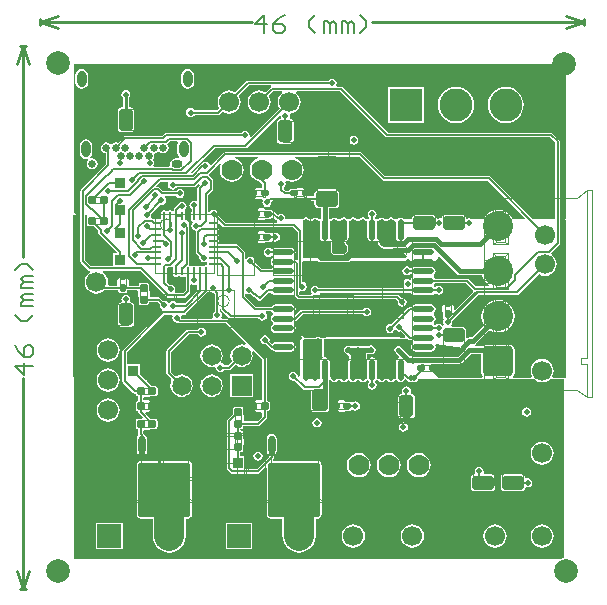
<source format=gtl>
G04 Layer_Physical_Order=1*
G04 Layer_Color=255*
%FSLAX44Y44*%
%MOMM*%
G71*
G01*
G75*
G04:AMPARAMS|DCode=10|XSize=1.8mm|YSize=1.15mm|CornerRadius=0.1437mm|HoleSize=0mm|Usage=FLASHONLY|Rotation=0.000|XOffset=0mm|YOffset=0mm|HoleType=Round|Shape=RoundedRectangle|*
%AMROUNDEDRECTD10*
21,1,1.8000,0.8625,0,0,0.0*
21,1,1.5125,1.1500,0,0,0.0*
1,1,0.2875,0.7562,-0.4313*
1,1,0.2875,-0.7562,-0.4313*
1,1,0.2875,-0.7562,0.4313*
1,1,0.2875,0.7562,0.4313*
%
%ADD10ROUNDEDRECTD10*%
%ADD11O,0.7500X0.2500*%
%ADD12O,0.2500X0.7500*%
G04:AMPARAMS|DCode=13|XSize=0.6mm|YSize=0.6mm|CornerRadius=0.06mm|HoleSize=0mm|Usage=FLASHONLY|Rotation=90.000|XOffset=0mm|YOffset=0mm|HoleType=Round|Shape=RoundedRectangle|*
%AMROUNDEDRECTD13*
21,1,0.6000,0.4800,0,0,90.0*
21,1,0.4800,0.6000,0,0,90.0*
1,1,0.1200,0.2400,0.2400*
1,1,0.1200,0.2400,-0.2400*
1,1,0.1200,-0.2400,-0.2400*
1,1,0.1200,-0.2400,0.2400*
%
%ADD13ROUNDEDRECTD13*%
G04:AMPARAMS|DCode=14|XSize=1.8mm|YSize=1.15mm|CornerRadius=0.1437mm|HoleSize=0mm|Usage=FLASHONLY|Rotation=90.000|XOffset=0mm|YOffset=0mm|HoleType=Round|Shape=RoundedRectangle|*
%AMROUNDEDRECTD14*
21,1,1.8000,0.8625,0,0,90.0*
21,1,1.5125,1.1500,0,0,90.0*
1,1,0.2875,0.4313,0.7562*
1,1,0.2875,0.4313,-0.7562*
1,1,0.2875,-0.4313,-0.7562*
1,1,0.2875,-0.4313,0.7562*
%
%ADD14ROUNDEDRECTD14*%
%ADD15R,0.9000X0.9000*%
%ADD16O,1.8500X0.5500*%
%ADD17O,0.5500X1.8500*%
G04:AMPARAMS|DCode=18|XSize=0.5mm|YSize=0.6mm|CornerRadius=0.05mm|HoleSize=0mm|Usage=FLASHONLY|Rotation=180.000|XOffset=0mm|YOffset=0mm|HoleType=Round|Shape=RoundedRectangle|*
%AMROUNDEDRECTD18*
21,1,0.5000,0.5000,0,0,180.0*
21,1,0.4000,0.6000,0,0,180.0*
1,1,0.1000,-0.2000,0.2500*
1,1,0.1000,0.2000,0.2500*
1,1,0.1000,0.2000,-0.2500*
1,1,0.1000,-0.2000,-0.2500*
%
%ADD18ROUNDEDRECTD18*%
%ADD19R,0.9000X0.9000*%
G04:AMPARAMS|DCode=20|XSize=4.6mm|YSize=4.4mm|CornerRadius=0.22mm|HoleSize=0mm|Usage=FLASHONLY|Rotation=270.000|XOffset=0mm|YOffset=0mm|HoleType=Round|Shape=RoundedRectangle|*
%AMROUNDEDRECTD20*
21,1,4.6000,3.9600,0,0,270.0*
21,1,4.1600,4.4000,0,0,270.0*
1,1,0.4400,-1.9800,-2.0800*
1,1,0.4400,-1.9800,2.0800*
1,1,0.4400,1.9800,2.0800*
1,1,0.4400,1.9800,-2.0800*
%
%ADD20ROUNDEDRECTD20*%
%ADD21O,0.6000X1.6000*%
G04:AMPARAMS|DCode=22|XSize=0.6mm|YSize=0.6mm|CornerRadius=0.06mm|HoleSize=0mm|Usage=FLASHONLY|Rotation=180.000|XOffset=0mm|YOffset=0mm|HoleType=Round|Shape=RoundedRectangle|*
%AMROUNDEDRECTD22*
21,1,0.6000,0.4800,0,0,180.0*
21,1,0.4800,0.6000,0,0,180.0*
1,1,0.1200,-0.2400,0.2400*
1,1,0.1200,0.2400,0.2400*
1,1,0.1200,0.2400,-0.2400*
1,1,0.1200,-0.2400,-0.2400*
%
%ADD22ROUNDEDRECTD22*%
G04:AMPARAMS|DCode=23|XSize=1.8mm|YSize=1.3mm|CornerRadius=0.1625mm|HoleSize=0mm|Usage=FLASHONLY|Rotation=180.000|XOffset=0mm|YOffset=0mm|HoleType=Round|Shape=RoundedRectangle|*
%AMROUNDEDRECTD23*
21,1,1.8000,0.9750,0,0,180.0*
21,1,1.4750,1.3000,0,0,180.0*
1,1,0.3250,-0.7375,0.4875*
1,1,0.3250,0.7375,0.4875*
1,1,0.3250,0.7375,-0.4875*
1,1,0.3250,-0.7375,-0.4875*
%
%ADD23ROUNDEDRECTD23*%
G04:AMPARAMS|DCode=24|XSize=0.5mm|YSize=0.6mm|CornerRadius=0.05mm|HoleSize=0mm|Usage=FLASHONLY|Rotation=270.000|XOffset=0mm|YOffset=0mm|HoleType=Round|Shape=RoundedRectangle|*
%AMROUNDEDRECTD24*
21,1,0.5000,0.5000,0,0,270.0*
21,1,0.4000,0.6000,0,0,270.0*
1,1,0.1000,-0.2500,-0.2000*
1,1,0.1000,-0.2500,0.2000*
1,1,0.1000,0.2500,0.2000*
1,1,0.1000,0.2500,-0.2000*
%
%ADD24ROUNDEDRECTD24*%
G04:AMPARAMS|DCode=25|XSize=1.8mm|YSize=1.3mm|CornerRadius=0.1625mm|HoleSize=0mm|Usage=FLASHONLY|Rotation=270.000|XOffset=0mm|YOffset=0mm|HoleType=Round|Shape=RoundedRectangle|*
%AMROUNDEDRECTD25*
21,1,1.8000,0.9750,0,0,270.0*
21,1,1.4750,1.3000,0,0,270.0*
1,1,0.3250,-0.4875,-0.7375*
1,1,0.3250,-0.4875,0.7375*
1,1,0.3250,0.4875,0.7375*
1,1,0.3250,0.4875,-0.7375*
%
%ADD25ROUNDEDRECTD25*%
%ADD26C,0.3810*%
%ADD27C,2.5400*%
%ADD28C,0.2540*%
%ADD29C,0.1270*%
%ADD30C,0.7620*%
%ADD31C,0.1524*%
%ADD32C,0.0500*%
%ADD33C,0.1000*%
%ADD34C,1.7780*%
%ADD35C,1.7000*%
%ADD36C,2.5400*%
G04:AMPARAMS|DCode=37|XSize=2.54mm|YSize=2.54mm|CornerRadius=0.3175mm|HoleSize=0mm|Usage=FLASHONLY|Rotation=0.000|XOffset=0mm|YOffset=0mm|HoleType=Round|Shape=RoundedRectangle|*
%AMROUNDEDRECTD37*
21,1,2.5400,1.9050,0,0,0.0*
21,1,1.9050,2.5400,0,0,0.0*
1,1,0.6350,0.9525,-0.9525*
1,1,0.6350,-0.9525,-0.9525*
1,1,0.6350,-0.9525,0.9525*
1,1,0.6350,0.9525,0.9525*
%
%ADD37ROUNDEDRECTD37*%
%ADD38C,2.0000*%
%ADD39O,0.8000X1.4000*%
%ADD40C,0.6500*%
%ADD41O,0.9500X0.6500*%
%ADD42C,1.6510*%
%ADD43R,1.6510X1.6510*%
%ADD44C,2.0000*%
%ADD45R,2.0000X2.0000*%
%ADD46R,2.8000X2.8000*%
%ADD47C,2.8000*%
%ADD48C,0.5080*%
G36*
X577790Y1091761D02*
X578840Y1091059D01*
X580079Y1090813D01*
X598836D01*
X598890Y1090403D01*
X600297Y1087005D01*
X602537Y1084087D01*
X604659Y1082458D01*
X604228Y1081188D01*
X594094D01*
X587909Y1087373D01*
X587279Y1087794D01*
X586535Y1087942D01*
X559287D01*
X558648Y1088898D01*
X558143Y1089236D01*
Y1090764D01*
X558648Y1091102D01*
X559537Y1092431D01*
X559849Y1094000D01*
X559537Y1095568D01*
X558648Y1096898D01*
X557319Y1097787D01*
X555750Y1098099D01*
X542750D01*
X541182Y1097787D01*
X539906Y1096934D01*
X539835Y1096899D01*
X538363Y1096957D01*
X538179Y1097233D01*
X536919Y1098075D01*
X535432Y1098371D01*
X533945Y1098075D01*
X532685Y1097233D01*
X531843Y1095973D01*
X531547Y1094486D01*
X531843Y1092999D01*
X532685Y1091739D01*
X533945Y1090897D01*
X535432Y1090601D01*
X536919Y1090897D01*
X538179Y1091739D01*
X539502Y1091625D01*
X539852Y1091102D01*
X540358Y1090764D01*
Y1089236D01*
X539852Y1088898D01*
X538963Y1087568D01*
X538948Y1087494D01*
X537775Y1087008D01*
X537537Y1087167D01*
X536050Y1087462D01*
X534564Y1087167D01*
X533303Y1086325D01*
X532461Y1085064D01*
X532166Y1083578D01*
X532461Y1082091D01*
X533049Y1081212D01*
X532551Y1080012D01*
X532486Y1079942D01*
X460992D01*
X460455Y1080747D01*
X459195Y1081589D01*
X457708Y1081885D01*
X456221Y1081589D01*
X454961Y1080747D01*
X454119Y1079486D01*
X453823Y1078000D01*
X454119Y1076513D01*
X454729Y1075600D01*
X454283Y1074466D01*
X454166Y1074330D01*
X444543D01*
X443902Y1074970D01*
Y1076856D01*
X445172Y1077535D01*
X445322Y1077435D01*
X446808Y1077139D01*
X448295Y1077435D01*
X449555Y1078277D01*
X450397Y1079537D01*
X450693Y1081024D01*
X450397Y1082511D01*
X449555Y1083771D01*
X448295Y1084613D01*
X446950Y1084880D01*
Y1101381D01*
X447040Y1102614D01*
X460356D01*
X461261Y1102009D01*
X462500Y1101763D01*
X485000D01*
X485493Y1101861D01*
X486239Y1102009D01*
X486239Y1102009D01*
X486239D01*
X487144Y1102614D01*
X558800D01*
X561593Y1105407D01*
Y1106299D01*
X562766Y1106785D01*
X577790Y1091761D01*
D02*
G37*
G36*
X264530Y1141739D02*
X264810Y1140398D01*
X264397Y1139780D01*
X264252Y1139050D01*
Y1134250D01*
X264397Y1133520D01*
X264810Y1132902D01*
X265429Y1132488D01*
X266158Y1132343D01*
X270118D01*
X274088Y1128374D01*
Y1126812D01*
X274235Y1126069D01*
X274657Y1125439D01*
X289555Y1110540D01*
X289029Y1109270D01*
X286730D01*
Y1098460D01*
X267759D01*
X262800Y1103419D01*
Y1141984D01*
X264333D01*
X264530Y1141739D01*
D02*
G37*
G36*
X670052Y1269611D02*
Y1138174D01*
X669272D01*
X669798Y1137648D01*
Y1004062D01*
X659183D01*
X658642Y1005332D01*
X659519Y1007449D01*
X659855Y1010000D01*
X659519Y1012551D01*
X658534Y1014927D01*
X656968Y1016968D01*
X654927Y1018534D01*
X652551Y1019519D01*
X650000Y1019854D01*
X647450Y1019519D01*
X645073Y1018534D01*
X643032Y1016968D01*
X641466Y1014927D01*
X640482Y1012551D01*
X640146Y1010000D01*
X640482Y1007449D01*
X641359Y1005332D01*
X640818Y1004062D01*
X625932D01*
X625610Y1004547D01*
X625371Y1005332D01*
X626212Y1006591D01*
X626557Y1008325D01*
Y1027375D01*
X626212Y1029109D01*
X625230Y1030580D01*
X623759Y1031562D01*
X622025Y1031907D01*
X602975D01*
X601241Y1031562D01*
X600006Y1030737D01*
X592903D01*
X592778Y1032007D01*
X592789Y1032009D01*
X593839Y1032711D01*
X605127Y1043999D01*
X605455Y1043747D01*
X608853Y1042340D01*
X612500Y1041860D01*
X616147Y1042340D01*
X619545Y1043747D01*
X622464Y1045987D01*
X624703Y1048905D01*
X626111Y1052303D01*
X626591Y1055950D01*
X626111Y1059597D01*
X624703Y1062995D01*
X622464Y1065914D01*
X619545Y1068153D01*
X616147Y1069560D01*
X612500Y1070041D01*
X608853Y1069560D01*
X605455Y1068153D01*
X602537Y1065914D01*
X600297Y1062995D01*
X598890Y1059597D01*
X598410Y1055950D01*
X598890Y1052303D01*
X600297Y1048905D01*
X600549Y1048577D01*
X590209Y1038237D01*
X588398D01*
X587159Y1037991D01*
X586593Y1037613D01*
X585323Y1038226D01*
Y1044313D01*
X585113Y1045369D01*
X584515Y1046265D01*
X583619Y1046863D01*
X582563Y1047074D01*
X573481D01*
X573279Y1047334D01*
X572918Y1048344D01*
X573565Y1049311D01*
X573861Y1050798D01*
X573672Y1051747D01*
X596180Y1074256D01*
X628698D01*
X629442Y1074404D01*
X630072Y1074825D01*
X647086Y1091839D01*
X647573Y1091466D01*
X649950Y1090481D01*
X652500Y1090145D01*
X655051Y1090481D01*
X657427Y1091466D01*
X659468Y1093032D01*
X661034Y1095073D01*
X662019Y1097449D01*
X662354Y1100000D01*
X662019Y1102550D01*
X661034Y1104927D01*
X659468Y1106968D01*
X657954Y1108129D01*
X657930Y1108162D01*
X657763Y1109545D01*
X657829Y1109742D01*
X664313Y1116227D01*
X664734Y1116857D01*
X664882Y1117600D01*
Y1138174D01*
Y1203960D01*
X664734Y1204703D01*
X664313Y1205333D01*
X658979Y1210667D01*
X658349Y1211088D01*
X657606Y1211236D01*
X519473D01*
X480925Y1249783D01*
X480295Y1250204D01*
X479552Y1250352D01*
X476120D01*
X475441Y1251622D01*
X475626Y1251899D01*
X475921Y1253385D01*
X475626Y1254872D01*
X474784Y1256132D01*
X473523Y1256974D01*
X472037Y1257270D01*
X470550Y1256974D01*
X469290Y1256132D01*
X468752Y1255328D01*
X400885D01*
X400142Y1255180D01*
X399512Y1254759D01*
X390414Y1245661D01*
X389927Y1246034D01*
X387551Y1247019D01*
X385000Y1247355D01*
X382449Y1247019D01*
X380073Y1246034D01*
X378032Y1244468D01*
X376466Y1242427D01*
X375481Y1240051D01*
X375146Y1237500D01*
X375481Y1234950D01*
X376466Y1232573D01*
X376839Y1232086D01*
X375039Y1230286D01*
X355582D01*
X355045Y1231091D01*
X353785Y1231933D01*
X352298Y1232229D01*
X350811Y1231933D01*
X349551Y1231091D01*
X348709Y1229831D01*
X348413Y1228344D01*
X348709Y1226857D01*
X349551Y1225597D01*
X350811Y1224755D01*
X352298Y1224459D01*
X353785Y1224755D01*
X355045Y1225597D01*
X355582Y1226402D01*
X375844D01*
X376587Y1226550D01*
X377217Y1226971D01*
X379586Y1229340D01*
X380073Y1228966D01*
X382449Y1227982D01*
X385000Y1227646D01*
X387551Y1227982D01*
X389927Y1228966D01*
X391968Y1230532D01*
X393534Y1232573D01*
X394519Y1234950D01*
X394854Y1237500D01*
X394519Y1240051D01*
X393534Y1242427D01*
X393161Y1242914D01*
X401690Y1251443D01*
X420263D01*
X420539Y1250269D01*
X420519Y1250173D01*
X419936Y1249783D01*
X415814Y1245661D01*
X415327Y1246034D01*
X412951Y1247019D01*
X410400Y1247355D01*
X407850Y1247019D01*
X405473Y1246034D01*
X403432Y1244468D01*
X401866Y1242427D01*
X400882Y1240051D01*
X400546Y1237500D01*
X400882Y1234950D01*
X401866Y1232573D01*
X403432Y1230532D01*
X405473Y1228966D01*
X407850Y1227982D01*
X410400Y1227646D01*
X412951Y1227982D01*
X415327Y1228966D01*
X417368Y1230532D01*
X418934Y1232573D01*
X419919Y1234950D01*
X420254Y1237500D01*
X419919Y1240051D01*
X418934Y1242427D01*
X418561Y1242914D01*
X422114Y1246468D01*
X429352D01*
X429783Y1245198D01*
X428832Y1244468D01*
X427266Y1242427D01*
X426282Y1240051D01*
X425946Y1237500D01*
X426282Y1234950D01*
X427266Y1232573D01*
X427639Y1232086D01*
X403485Y1207932D01*
X402315Y1208558D01*
X402411Y1209040D01*
X402115Y1210527D01*
X401273Y1211787D01*
X400013Y1212629D01*
X398526Y1212925D01*
X397039Y1212629D01*
X395779Y1211787D01*
X395242Y1210982D01*
X331253D01*
X330509Y1210835D01*
X329879Y1210413D01*
X329879Y1210413D01*
X327908Y1208442D01*
X297000D01*
X297000Y1208442D01*
X296257Y1208295D01*
X295627Y1207873D01*
X290553Y1202800D01*
X289000Y1203109D01*
X287237Y1202758D01*
X285741Y1201759D01*
X285635Y1201600D01*
X284365D01*
X284259Y1201759D01*
X282764Y1202758D01*
X281000Y1203109D01*
X279237Y1202758D01*
X277742Y1201759D01*
X276742Y1200264D01*
X276392Y1198500D01*
X276742Y1196736D01*
X277742Y1195241D01*
X279237Y1194242D01*
X280252Y1194040D01*
Y1184445D01*
X259485Y1163677D01*
X259063Y1163047D01*
X258916Y1162304D01*
Y1141984D01*
Y1102614D01*
X259063Y1101871D01*
X259485Y1101241D01*
X265581Y1095145D01*
X266211Y1094724D01*
X266938Y1094579D01*
X266967Y1094525D01*
X267275Y1093306D01*
X265532Y1091968D01*
X263966Y1089927D01*
X262981Y1087551D01*
X262646Y1085000D01*
X262981Y1082450D01*
X263966Y1080073D01*
X265532Y1078032D01*
X267573Y1076466D01*
X269949Y1075482D01*
X272500Y1075146D01*
X275050Y1075482D01*
X277427Y1076466D01*
X279468Y1078032D01*
X279487Y1078058D01*
X291196D01*
Y1077500D01*
X291333Y1076809D01*
X291724Y1076224D01*
X292309Y1075833D01*
X293000Y1075695D01*
X297000D01*
X297691Y1075833D01*
X298276Y1076224D01*
X298668Y1076809D01*
X298805Y1077500D01*
Y1078058D01*
X306761D01*
X307500Y1077000D01*
Y1073000D01*
X308193Y1072307D01*
Y1067600D01*
X308338Y1066870D01*
X308752Y1066252D01*
X309370Y1065838D01*
X310100Y1065693D01*
X314900D01*
X315629Y1065838D01*
X316248Y1066252D01*
X316661Y1066870D01*
X316806Y1067600D01*
Y1068058D01*
X324470D01*
X326305Y1066223D01*
X326116Y1065274D01*
X326411Y1063787D01*
X327253Y1062527D01*
X327937Y1062070D01*
X327897Y1060611D01*
X327811Y1060553D01*
X327811Y1060553D01*
X295045Y1027787D01*
X294624Y1027157D01*
X294476Y1026414D01*
Y1002030D01*
Y1000882D01*
X294624Y1000139D01*
X295045Y999509D01*
X303426Y991127D01*
X303427Y991127D01*
X304057Y990706D01*
X304800Y990558D01*
X305694D01*
Y990100D01*
X305839Y989371D01*
X306252Y988752D01*
X306871Y988339D01*
X307600Y988194D01*
X308058D01*
Y984307D01*
X307600D01*
X306871Y984162D01*
X306252Y983748D01*
X305839Y983130D01*
X305694Y982400D01*
Y977600D01*
X305839Y976870D01*
X306252Y976252D01*
X306871Y975839D01*
X307600Y975694D01*
X308058D01*
Y974999D01*
X308206Y974256D01*
X308627Y973626D01*
X311676Y970576D01*
X311150Y969306D01*
X307600D01*
X306870Y969161D01*
X306252Y968748D01*
X305838Y968130D01*
X305693Y967400D01*
Y962600D01*
X305838Y961870D01*
X306252Y961252D01*
X306870Y960838D01*
X307600Y960693D01*
X308058D01*
Y956244D01*
X308205Y955501D01*
X308297Y955363D01*
X307871Y955078D01*
X306928Y953666D01*
X306596Y952000D01*
Y942000D01*
X306928Y940334D01*
X307871Y938921D01*
X309284Y937978D01*
X310950Y937646D01*
X312616Y937978D01*
X314028Y938921D01*
X314972Y940334D01*
X315303Y942000D01*
Y952000D01*
X314972Y953666D01*
X314028Y955078D01*
X312768Y955921D01*
X312744Y956037D01*
X312323Y956667D01*
X312323Y956667D01*
X311942Y957048D01*
Y959262D01*
X313000Y960000D01*
X317000D01*
X317693Y960693D01*
X322400D01*
X323130Y960838D01*
X323748Y961252D01*
X324161Y961870D01*
X324306Y962600D01*
Y967400D01*
X324161Y968130D01*
X323748Y968748D01*
X323130Y969161D01*
X322400Y969306D01*
X318440D01*
X314017Y973730D01*
X314543Y975000D01*
X317000D01*
X318250Y976250D01*
Y983750D01*
X317000Y985000D01*
X313000D01*
X312138Y985603D01*
X312138Y986587D01*
X313158Y987500D01*
X317000D01*
X317694Y988194D01*
X322400D01*
X323130Y988339D01*
X323749Y988752D01*
X324162Y989371D01*
X324307Y990100D01*
Y994900D01*
X324162Y995630D01*
X323749Y996249D01*
X323130Y996662D01*
X322400Y996807D01*
X319440D01*
X314882Y1001365D01*
X315158Y1002030D01*
X314217D01*
X309270Y1006977D01*
Y1015770D01*
X298360D01*
Y1025610D01*
X329989Y1057238D01*
X336431D01*
X337110Y1055968D01*
X337025Y1055841D01*
X336729Y1054354D01*
X337025Y1052867D01*
X337867Y1051607D01*
X339127Y1050765D01*
X340614Y1050469D01*
X341563Y1050658D01*
X341781Y1050441D01*
X341781Y1050441D01*
X342411Y1050020D01*
X343154Y1049872D01*
X381973D01*
X398918Y1032927D01*
X398199Y1031851D01*
X397886Y1031980D01*
X395400Y1032307D01*
X392913Y1031980D01*
X390596Y1031020D01*
X388606Y1029493D01*
X387080Y1027504D01*
X386120Y1025186D01*
X385793Y1022700D01*
X386120Y1020213D01*
X387080Y1017896D01*
X387414Y1017461D01*
X384339Y1014386D01*
X380728D01*
X380191Y1015191D01*
X378931Y1016033D01*
X378549Y1016109D01*
X378022Y1017508D01*
X378320Y1017896D01*
X379280Y1020213D01*
X379607Y1022700D01*
X379280Y1025186D01*
X378320Y1027504D01*
X376793Y1029493D01*
X374803Y1031020D01*
X372486Y1031980D01*
X370000Y1032307D01*
X367513Y1031980D01*
X365196Y1031020D01*
X363206Y1029493D01*
X361680Y1027504D01*
X360720Y1025186D01*
X360393Y1022700D01*
X360720Y1020213D01*
X361680Y1017896D01*
X363206Y1015907D01*
X365196Y1014380D01*
X367513Y1013420D01*
X370000Y1013093D01*
X372486Y1013420D01*
X373569Y1012494D01*
X373559Y1012444D01*
X373855Y1010957D01*
X374697Y1009697D01*
X375957Y1008855D01*
X377444Y1008559D01*
X378931Y1008855D01*
X380191Y1009697D01*
X380728Y1010502D01*
X385144D01*
X385887Y1010649D01*
X386517Y1011071D01*
X390161Y1014714D01*
X390596Y1014380D01*
X392913Y1013420D01*
X395400Y1013093D01*
X397886Y1013420D01*
X400203Y1014380D01*
X402193Y1015907D01*
X403720Y1017896D01*
X404680Y1020213D01*
X405007Y1022700D01*
X404680Y1025186D01*
X404550Y1025499D01*
X405627Y1026218D01*
X413058Y1018788D01*
Y1002030D01*
Y985738D01*
X412000Y985000D01*
X408000D01*
X406750Y983750D01*
Y976250D01*
X408000Y975000D01*
X412000D01*
X413058Y974262D01*
Y971085D01*
X408915Y966942D01*
X398238D01*
X397500Y968000D01*
Y972000D01*
X396806Y972694D01*
Y977400D01*
X396661Y978130D01*
X396248Y978748D01*
X395629Y979161D01*
X394900Y979306D01*
X390100D01*
X389370Y979161D01*
X388751Y978748D01*
X388338Y978130D01*
X388193Y977400D01*
Y973440D01*
X383691Y968938D01*
X383270Y968307D01*
X383122Y967564D01*
Y927183D01*
X383270Y926439D01*
X383691Y925809D01*
X386313Y923187D01*
X386943Y922766D01*
X387687Y922618D01*
X409050D01*
X409794Y922766D01*
X410424Y923187D01*
X415489Y928252D01*
X416662Y927766D01*
Y888200D01*
X416931Y886846D01*
X417698Y885698D01*
X418846Y884931D01*
X420200Y884662D01*
X429894D01*
Y870216D01*
X430132Y868407D01*
X430370Y866585D01*
X430373Y866577D01*
X430374Y866569D01*
X431078Y864870D01*
X431773Y863185D01*
X431778Y863178D01*
X431782Y863170D01*
X432909Y861702D01*
X434009Y860264D01*
X434021Y860252D01*
X434021Y860252D01*
X434021Y860252D01*
X434225Y860048D01*
X437140Y857805D01*
X440537Y856394D01*
X444183Y855909D01*
X447831Y856385D01*
X451231Y857789D01*
X454152Y860024D01*
X456394Y862940D01*
X457806Y866337D01*
X458290Y869983D01*
X458075Y871634D01*
Y884662D01*
X459800D01*
X461154Y884931D01*
X462302Y885698D01*
X463069Y886846D01*
X463338Y888200D01*
Y929800D01*
X463069Y931154D01*
X462302Y932302D01*
X461154Y933069D01*
X459800Y933338D01*
X422234D01*
X421748Y934511D01*
X422324Y935087D01*
X422745Y935717D01*
X422892Y936460D01*
Y938162D01*
X424029Y938921D01*
X424972Y940334D01*
X425304Y942000D01*
Y952000D01*
X424972Y953666D01*
X424029Y955078D01*
X422616Y956022D01*
X420950Y956354D01*
X419284Y956022D01*
X417872Y955078D01*
X416928Y953666D01*
X416596Y952000D01*
Y942000D01*
X416928Y940334D01*
X417872Y938921D01*
X418664Y938392D01*
X418759Y937015D01*
X408246Y926502D01*
X398270D01*
Y937270D01*
X394442D01*
Y938022D01*
X394442Y938025D01*
Y940693D01*
X394900D01*
X395629Y940838D01*
X396248Y941252D01*
X396661Y941870D01*
X396806Y942600D01*
Y947306D01*
X397500Y948000D01*
Y952000D01*
X396806Y952694D01*
Y957400D01*
X396661Y958130D01*
X396248Y958748D01*
X395629Y959161D01*
X394900Y959306D01*
X394442D01*
Y960693D01*
X394900D01*
X395629Y960838D01*
X396248Y961252D01*
X396661Y961870D01*
X396806Y962600D01*
Y963057D01*
X409720D01*
X410463Y963205D01*
X411093Y963626D01*
X416373Y968907D01*
X416794Y969537D01*
X416942Y970280D01*
X416942Y970280D01*
Y975694D01*
X417400D01*
X418130Y975839D01*
X418748Y976252D01*
X419161Y976870D01*
X419307Y977600D01*
Y982400D01*
X419161Y983130D01*
X418748Y983748D01*
X418130Y984162D01*
X417400Y984307D01*
X416942D01*
Y1002030D01*
Y1019592D01*
X416794Y1020335D01*
X416373Y1020965D01*
X384151Y1053187D01*
X383521Y1053608D01*
X382778Y1053756D01*
X379087D01*
X378408Y1055026D01*
X378493Y1055153D01*
X378789Y1056640D01*
X378493Y1058127D01*
X377651Y1059387D01*
X376846Y1059924D01*
Y1061728D01*
X378116Y1061853D01*
X378190Y1061485D01*
X378611Y1060855D01*
X384707Y1054759D01*
X385337Y1054337D01*
X386080Y1054190D01*
X409720D01*
X410257Y1053385D01*
X411517Y1052543D01*
X413004Y1052247D01*
X414491Y1052543D01*
X415751Y1053385D01*
X416593Y1054645D01*
X416889Y1056132D01*
X416593Y1057619D01*
X415812Y1058788D01*
X415918Y1059255D01*
X416273Y1060058D01*
X420713D01*
X421352Y1059102D01*
X421858Y1058764D01*
Y1057236D01*
X421352Y1056898D01*
X420463Y1055568D01*
X420151Y1054000D01*
X420463Y1052431D01*
X421352Y1051102D01*
X421858Y1050764D01*
Y1049236D01*
X421352Y1048898D01*
X420463Y1047569D01*
X420151Y1046000D01*
X420463Y1044431D01*
X421352Y1043102D01*
X422681Y1042213D01*
X424250Y1041901D01*
X437250D01*
X438819Y1042213D01*
X440148Y1043102D01*
X441037Y1044431D01*
X441349Y1046000D01*
X441037Y1047569D01*
X440148Y1048898D01*
X439642Y1049236D01*
Y1050764D01*
X440148Y1051102D01*
X440787Y1052058D01*
X440844D01*
X441587Y1052206D01*
X442217Y1052626D01*
X447337Y1057746D01*
X498112D01*
X498649Y1056941D01*
X499909Y1056099D01*
X501396Y1055803D01*
X502883Y1056099D01*
X504143Y1056941D01*
X504985Y1058201D01*
X505281Y1059688D01*
X504985Y1061175D01*
X504143Y1062435D01*
X502883Y1063277D01*
X501396Y1063573D01*
X499909Y1063277D01*
X498649Y1062435D01*
X498112Y1061630D01*
X446532D01*
X445789Y1061482D01*
X445159Y1061061D01*
X440919Y1056822D01*
X440148Y1056898D01*
X439642Y1057236D01*
Y1058764D01*
X440148Y1059102D01*
X441037Y1060431D01*
X441349Y1062000D01*
X441037Y1063568D01*
X440148Y1064898D01*
X438819Y1065787D01*
X437250Y1066099D01*
X424250D01*
X422681Y1065787D01*
X421352Y1064898D01*
X420713Y1063942D01*
X407205D01*
X398182Y1072964D01*
Y1074471D01*
X399452Y1075150D01*
X399833Y1074895D01*
X401320Y1074599D01*
X402756Y1074885D01*
X409494Y1069591D01*
X409730Y1069471D01*
X409951Y1069324D01*
X410066Y1069301D01*
X410170Y1069248D01*
X410434Y1069227D01*
X410694Y1069176D01*
X410809Y1069199D01*
X410925Y1069190D01*
X411177Y1069272D01*
X411437Y1069324D01*
X411535Y1069389D01*
X411646Y1069425D01*
X411847Y1069597D01*
X412068Y1069745D01*
X418381Y1076058D01*
X420713D01*
X421352Y1075102D01*
X422681Y1074213D01*
X424250Y1073901D01*
X437250D01*
X438748Y1074199D01*
X438874Y1074202D01*
X440137Y1073567D01*
X440165Y1073423D01*
X440587Y1072793D01*
X442365Y1071015D01*
X442995Y1070593D01*
X443738Y1070446D01*
X526245D01*
X527672Y1069019D01*
X527483Y1068070D01*
X527779Y1066583D01*
X528621Y1065323D01*
X529881Y1064481D01*
X531368Y1064185D01*
X532855Y1064481D01*
X534115Y1065323D01*
X534957Y1066583D01*
X535253Y1068070D01*
X534957Y1069557D01*
X534115Y1070817D01*
X532855Y1071659D01*
X531368Y1071955D01*
X530419Y1071766D01*
X528423Y1073761D01*
X527793Y1074183D01*
X527050Y1074330D01*
X462231D01*
X461560Y1075600D01*
X461872Y1076058D01*
X539213D01*
X539852Y1075102D01*
X541182Y1074213D01*
X542750Y1073901D01*
X555750D01*
X557319Y1074213D01*
X558326Y1074887D01*
X559609Y1075253D01*
X560869Y1074411D01*
X562356Y1074115D01*
X563843Y1074411D01*
X565103Y1075253D01*
X565945Y1076513D01*
X566241Y1078000D01*
X565945Y1079486D01*
X565103Y1080747D01*
X563843Y1081589D01*
X562356Y1081885D01*
X560869Y1081589D01*
X559609Y1080747D01*
X558326Y1081113D01*
X558143Y1081236D01*
Y1082764D01*
X558648Y1083102D01*
X559287Y1084057D01*
X585731D01*
X591528Y1078261D01*
X591739Y1076676D01*
X576270Y1061207D01*
X575000Y1061733D01*
Y1064500D01*
X573750Y1065750D01*
X566250D01*
X565000Y1064500D01*
Y1060500D01*
X566195Y1059305D01*
Y1055000D01*
X566333Y1054309D01*
X566724Y1053724D01*
X567156Y1053435D01*
X566387Y1052285D01*
X566091Y1050798D01*
X566387Y1049311D01*
X566465Y1049195D01*
X565836Y1047850D01*
X565669Y1047832D01*
X565057Y1048747D01*
X563797Y1049589D01*
X562310Y1049885D01*
X560824Y1049589D01*
X559563Y1048747D01*
X558295Y1049134D01*
X558143Y1049236D01*
Y1050764D01*
X558648Y1051102D01*
X559537Y1052431D01*
X559849Y1054000D01*
X559537Y1055568D01*
X558648Y1056898D01*
X558143Y1057236D01*
Y1058764D01*
X558648Y1059102D01*
X559537Y1060431D01*
X559849Y1062000D01*
X559537Y1063568D01*
X558648Y1064898D01*
X557319Y1065787D01*
X555750Y1066099D01*
X542750D01*
X541182Y1065787D01*
X539852Y1064898D01*
X539213Y1063942D01*
X537718D01*
X536975Y1063794D01*
X536345Y1063373D01*
X522131Y1049160D01*
X521182Y1049349D01*
X519696Y1049053D01*
X518435Y1048211D01*
X517593Y1046951D01*
X517297Y1045464D01*
X517593Y1043977D01*
X518435Y1042717D01*
X519696Y1041875D01*
X521182Y1041579D01*
X522669Y1041875D01*
X523929Y1042717D01*
X524771Y1043977D01*
X524805Y1044147D01*
X526153Y1044416D01*
X526335Y1044143D01*
X527595Y1043301D01*
X529082Y1043005D01*
X530031Y1043194D01*
X534208Y1039017D01*
X533722Y1037844D01*
X530830D01*
X530610Y1037991D01*
X529371Y1038237D01*
X467500D01*
X466261Y1037991D01*
X466041Y1037844D01*
X462544D01*
X461735Y1038385D01*
X460248Y1038681D01*
X458761Y1038385D01*
X457952Y1037844D01*
X450463D01*
X450088Y1037919D01*
X449713Y1037844D01*
X448818D01*
X446786Y1039876D01*
X444500Y1037590D01*
Y1005501D01*
X443230Y1004900D01*
X443017Y1005075D01*
X443051Y1005242D01*
X442755Y1006729D01*
X441913Y1007989D01*
X440653Y1008831D01*
X439166Y1009127D01*
X437679Y1008831D01*
X436419Y1007989D01*
X435577Y1006729D01*
X435281Y1005242D01*
X435577Y1003755D01*
X435881Y1003300D01*
X435474Y1002538D01*
X436391D01*
X436419Y1002495D01*
X437679Y1001653D01*
X439166Y1001357D01*
X440115Y1001546D01*
X447355Y994307D01*
X447985Y993885D01*
X448728Y993738D01*
X453149D01*
X454191Y992468D01*
X454173Y992375D01*
Y977625D01*
X454398Y976496D01*
X455037Y975538D01*
X455995Y974898D01*
X457125Y974674D01*
X466875D01*
X468004Y974898D01*
X468962Y975538D01*
X469602Y976496D01*
X469826Y977625D01*
Y992375D01*
X469602Y993505D01*
X469237Y994050D01*
Y1001859D01*
X469245Y1001871D01*
X470755D01*
X471102Y1001352D01*
X472431Y1000463D01*
X474000Y1000151D01*
X475569Y1000463D01*
X476898Y1001352D01*
X477245Y1001871D01*
X478755D01*
X479102Y1001352D01*
X480432Y1000463D01*
X482000Y1000151D01*
X483569Y1000463D01*
X484898Y1001352D01*
X485245Y1001871D01*
X486755D01*
X487102Y1001352D01*
X488432Y1000463D01*
X490000Y1000151D01*
X491569Y1000463D01*
X492898Y1001352D01*
X493245Y1001871D01*
X494755D01*
X495102Y1001352D01*
X496432Y1000463D01*
X498000Y1000151D01*
X499568Y1000463D01*
X500898Y1001352D01*
X501245Y1001871D01*
X502755D01*
X502866Y1001705D01*
X503253Y1000436D01*
X502411Y999176D01*
X502115Y997690D01*
X502411Y996203D01*
X503253Y994943D01*
X504513Y994101D01*
X506000Y993805D01*
X507487Y994101D01*
X508747Y994943D01*
X509589Y996203D01*
X509885Y997690D01*
X509589Y999176D01*
X508747Y1000436D01*
X509134Y1001705D01*
X509245Y1001871D01*
X510755D01*
X511102Y1001352D01*
X512431Y1000463D01*
X514000Y1000151D01*
X515569Y1000463D01*
X516898Y1001352D01*
X517245Y1001871D01*
X518755D01*
X519102Y1001352D01*
X520431Y1000463D01*
X522000Y1000151D01*
X523568Y1000463D01*
X524898Y1001352D01*
X525245Y1001871D01*
X526755D01*
X527102Y1001352D01*
X528431Y1000463D01*
X530000Y1000151D01*
X531568Y1000463D01*
X532898Y1001352D01*
X533691Y1002538D01*
X534971D01*
X535075Y1002435D01*
X535075Y1002435D01*
X535524Y1002134D01*
X536241Y1001061D01*
X537501Y1000219D01*
X538988Y999923D01*
X540243Y1000173D01*
X541497Y999923D01*
X542984Y1000219D01*
X544244Y1001061D01*
X545086Y1002321D01*
X545129Y1002538D01*
X643676D01*
X645073Y1001466D01*
X647450Y1000481D01*
X650000Y1000146D01*
X652551Y1000481D01*
X654927Y1001466D01*
X656324Y1002538D01*
X668782D01*
Y851207D01*
X667058Y850980D01*
X666252Y850646D01*
X253492D01*
Y1003536D01*
X254403Y1003913D01*
X252984Y1005332D01*
Y1141984D01*
X255778D01*
X253238Y1144524D01*
Y1269492D01*
X668274D01*
X668879Y1270097D01*
X670052Y1269611D01*
D02*
G37*
G36*
X500072Y1137410D02*
X500189Y1137332D01*
X500243Y1137202D01*
X500614Y1137048D01*
X500947Y1136826D01*
X501656Y1136262D01*
X501935Y1135922D01*
X501901Y1135750D01*
Y1122750D01*
X502213Y1121181D01*
X503102Y1119852D01*
X504431Y1118963D01*
X506000Y1118651D01*
X507569Y1118963D01*
X508898Y1119852D01*
X510339Y1119884D01*
X510763Y1119461D01*
Y1118500D01*
X510876Y1117930D01*
X511009Y1117262D01*
X511009Y1117262D01*
X511009Y1117261D01*
X511335Y1116774D01*
X511711Y1116211D01*
X513386Y1114536D01*
X513386Y1114536D01*
X513386Y1114536D01*
X513948Y1114160D01*
X514436Y1113834D01*
X514436Y1113834D01*
X514436Y1113834D01*
X514929Y1113736D01*
X515657Y1113249D01*
X517144Y1112953D01*
X518631Y1113249D01*
X519575Y1113880D01*
X520538Y1113236D01*
X522025Y1112940D01*
X523511Y1113236D01*
X524038Y1113588D01*
X532454D01*
X532500Y1113550D01*
Y1110000D01*
X535465Y1107035D01*
X535047Y1105657D01*
X534703Y1105589D01*
X533822Y1105000D01*
X447500D01*
Y1132500D01*
Y1137095D01*
X447757Y1137202D01*
X447811Y1137332D01*
X447928Y1137410D01*
X447988Y1137500D01*
X452012D01*
X452072Y1137410D01*
X452189Y1137332D01*
X452243Y1137202D01*
X452614Y1137048D01*
X452947Y1136826D01*
X453085Y1136853D01*
X453215Y1136799D01*
X454785D01*
X454915Y1136853D01*
X455053Y1136826D01*
X455387Y1137048D01*
X455757Y1137202D01*
X455811Y1137332D01*
X455928Y1137410D01*
X455988Y1137500D01*
X460012D01*
X460072Y1137410D01*
X460189Y1137332D01*
X460243Y1137202D01*
X460614Y1137048D01*
X460947Y1136826D01*
X461656Y1136262D01*
X461936Y1135922D01*
X461901Y1135750D01*
Y1122750D01*
X462213Y1121181D01*
X463102Y1119852D01*
X464432Y1118963D01*
X466000Y1118651D01*
X467569Y1118963D01*
X468898Y1119852D01*
X470339Y1119884D01*
X470763Y1119461D01*
Y1111422D01*
X471009Y1110183D01*
X471711Y1109133D01*
X472761Y1108431D01*
X474000Y1108185D01*
X481423D01*
X482662Y1108431D01*
X483712Y1109133D01*
X484788Y1110209D01*
X485490Y1111259D01*
X485736Y1112498D01*
Y1114980D01*
X485740Y1114998D01*
X485493Y1116237D01*
X484791Y1117287D01*
X483982Y1117828D01*
X483953Y1117907D01*
X483891Y1118780D01*
X483978Y1119237D01*
X484898Y1119852D01*
X485787Y1121181D01*
X486099Y1122750D01*
Y1135750D01*
X486065Y1135922D01*
X486344Y1136262D01*
X487053Y1136826D01*
X487386Y1137048D01*
X487757Y1137202D01*
X487811Y1137332D01*
X487928Y1137410D01*
X487988Y1137500D01*
X492012D01*
X492072Y1137410D01*
X492189Y1137332D01*
X492243Y1137202D01*
X492613Y1137048D01*
X492947Y1136826D01*
X493085Y1136853D01*
X493215Y1136799D01*
X494785D01*
X494915Y1136853D01*
X495053Y1136826D01*
X495386Y1137048D01*
X495757Y1137202D01*
X495811Y1137332D01*
X495928Y1137410D01*
X495988Y1137500D01*
X500012D01*
X500072Y1137410D01*
D02*
G37*
G36*
X484072D02*
X484203Y1137299D01*
X484243Y1137202D01*
X484914Y1136691D01*
X484697Y1135787D01*
X484724Y1135735D01*
Y1135693D01*
X484721Y1135675D01*
X484716Y1135654D01*
X484724Y1135614D01*
Y1122885D01*
X484492Y1121718D01*
X483907Y1120843D01*
X483214Y1120380D01*
X483210Y1120374D01*
X483204Y1120373D01*
X482920Y1119939D01*
X482630Y1119505D01*
X482631Y1119498D01*
X482627Y1119493D01*
X482541Y1119036D01*
X482578Y1118856D01*
X482520Y1118682D01*
X482582Y1117809D01*
X482654Y1117665D01*
X482634Y1117560D01*
X482665Y1117513D01*
X482662Y1117436D01*
X482690Y1117358D01*
X482949Y1117076D01*
X483052Y1116868D01*
X483108Y1116850D01*
X483218Y1116685D01*
X483801Y1116296D01*
X484198Y1115701D01*
X484361Y1114881D01*
Y1112633D01*
X484195Y1111795D01*
X483720Y1111085D01*
X482836Y1110200D01*
X482125Y1109726D01*
X481288Y1109559D01*
X474135D01*
X473298Y1109726D01*
X472702Y1110124D01*
X472304Y1110719D01*
X472137Y1111557D01*
Y1119461D01*
X472137Y1119461D01*
X472137Y1119461D01*
X471926Y1119970D01*
X471735Y1120433D01*
X471735Y1120433D01*
X471735Y1120433D01*
X471310Y1120857D01*
X471295Y1120863D01*
X471288Y1120878D01*
X470811Y1121063D01*
X470338Y1121259D01*
X470036Y1122432D01*
X470099Y1122750D01*
Y1135750D01*
X470065Y1135922D01*
X470344Y1136262D01*
X471053Y1136826D01*
X471386Y1137048D01*
X471757Y1137202D01*
X471811Y1137332D01*
X471928Y1137410D01*
X471988Y1137500D01*
X476012D01*
X476072Y1137410D01*
X476189Y1137332D01*
X476243Y1137202D01*
X476614Y1137048D01*
X476947Y1136826D01*
X477085Y1136853D01*
X477215Y1136799D01*
X478785D01*
X478915Y1136853D01*
X479053Y1136826D01*
X479386Y1137048D01*
X479757Y1137202D01*
X479811Y1137332D01*
X479928Y1137410D01*
X479988Y1137500D01*
X484012D01*
X484072Y1137410D01*
D02*
G37*
G36*
X379881Y1131721D02*
X380511Y1131300D01*
X381254Y1131152D01*
X439123D01*
X443066Y1127209D01*
Y1103985D01*
X441796Y1103552D01*
X441433Y1103794D01*
X440802Y1103920D01*
X440148Y1104898D01*
X439642Y1105236D01*
Y1106764D01*
X440148Y1107102D01*
X441037Y1108431D01*
X441349Y1110000D01*
X441037Y1111568D01*
X440148Y1112898D01*
X438819Y1113787D01*
X437250Y1114099D01*
X424250D01*
X422681Y1113787D01*
X421978Y1113316D01*
X420831Y1112747D01*
X419571Y1113589D01*
X418084Y1113885D01*
X416597Y1113589D01*
X415337Y1112747D01*
X414495Y1111486D01*
X414199Y1110000D01*
X414495Y1108513D01*
X415337Y1107253D01*
X416597Y1106411D01*
X418084Y1106115D01*
X419571Y1106411D01*
X420787Y1107223D01*
X421858Y1106678D01*
Y1105236D01*
X421352Y1104898D01*
X420463Y1103568D01*
X420151Y1102000D01*
X420463Y1100431D01*
X421352Y1099102D01*
X421858Y1098764D01*
Y1097236D01*
X421352Y1096898D01*
X420713Y1095942D01*
X412263D01*
X406540Y1101665D01*
X406729Y1102614D01*
X406433Y1104101D01*
X405591Y1105361D01*
X404331Y1106203D01*
X402844Y1106499D01*
X401357Y1106203D01*
X400097Y1105361D01*
X399452Y1104396D01*
X398182Y1104722D01*
Y1109920D01*
X398182Y1109920D01*
X398035Y1110663D01*
X397613Y1111293D01*
X392533Y1116374D01*
X391903Y1116795D01*
X391160Y1116942D01*
X375746D01*
X375371Y1118027D01*
X375336Y1118212D01*
X375874Y1119016D01*
X376069Y1120000D01*
X375874Y1120983D01*
X375317Y1121817D01*
Y1123183D01*
X375874Y1124017D01*
X376069Y1125000D01*
X375874Y1125983D01*
X375317Y1126817D01*
Y1128184D01*
X375874Y1129017D01*
X376069Y1130000D01*
X375874Y1130984D01*
X375317Y1131817D01*
Y1133183D01*
X375840Y1133966D01*
X375888Y1134020D01*
X377238Y1134363D01*
X379881Y1131721D01*
D02*
G37*
G36*
X337136Y1097905D02*
X337514Y1097711D01*
X337627Y1097483D01*
X337431Y1096500D01*
Y1091500D01*
X337627Y1090517D01*
X338184Y1089683D01*
X339017Y1089126D01*
X340000Y1088931D01*
X340984Y1089126D01*
X341817Y1089683D01*
X343183D01*
X344017Y1089126D01*
X345000Y1088931D01*
X345983Y1089126D01*
X346788Y1089664D01*
X346971Y1089630D01*
X348058Y1089255D01*
Y1077765D01*
X345894Y1075600D01*
X339547D01*
X338868Y1076870D01*
X339123Y1077251D01*
X339419Y1078738D01*
X339123Y1080225D01*
X338281Y1081485D01*
X337021Y1082327D01*
X335534Y1082623D01*
X334585Y1082434D01*
X331943Y1085076D01*
Y1089871D01*
X332374Y1090517D01*
X332570Y1091500D01*
Y1096500D01*
X333606Y1097751D01*
X334953D01*
X335697Y1097898D01*
X335928Y1098053D01*
X337136Y1097905D01*
D02*
G37*
G36*
X461198Y1037090D02*
X461780Y1036701D01*
X462174Y1036623D01*
X462544Y1036469D01*
X463625D01*
Y1022151D01*
X463653Y1022085D01*
X463632Y1022016D01*
X463851Y1021607D01*
X464028Y1021179D01*
X463280Y1020267D01*
X463102Y1020148D01*
X462213Y1018818D01*
X461901Y1017250D01*
Y1004250D01*
X461997Y1003770D01*
X460955Y1002500D01*
X447500D01*
Y1035641D01*
X448770Y1036489D01*
X448818Y1036469D01*
X448818Y1036469D01*
X449713D01*
X449843Y1036523D01*
X449981Y1036496D01*
X450088Y1036517D01*
X450195Y1036496D01*
X450333Y1036523D01*
X450463Y1036469D01*
X457952D01*
X458322Y1036623D01*
X458716Y1036701D01*
X459298Y1037090D01*
X460248Y1037279D01*
X461198Y1037090D01*
D02*
G37*
G36*
X505950Y1029794D02*
X506756Y1029256D01*
X507294Y1028450D01*
X507483Y1027500D01*
X507294Y1026550D01*
X506756Y1025744D01*
X505950Y1025206D01*
X505000Y1025017D01*
X504049Y1025206D01*
X503750Y1025406D01*
X503357Y1025484D01*
X502987Y1025638D01*
X501237D01*
X500265Y1025235D01*
X499863Y1024263D01*
Y1020539D01*
X499863Y1020539D01*
X499863Y1020539D01*
X500074Y1020030D01*
X500265Y1019567D01*
X500266Y1019567D01*
X500266Y1019567D01*
X500690Y1019143D01*
X500705Y1019137D01*
X500712Y1019121D01*
X501189Y1018936D01*
X501662Y1018741D01*
X501964Y1017568D01*
X501901Y1017250D01*
Y1004250D01*
X501934Y1004085D01*
X501824Y1003950D01*
X500977Y1003219D01*
X500644Y1002997D01*
X500273Y1002843D01*
X500219Y1002713D01*
X500102Y1002635D01*
X500012Y1002500D01*
X495988D01*
X495898Y1002635D01*
X495781Y1002713D01*
X495727Y1002843D01*
X495356Y1002997D01*
X495023Y1003219D01*
X494885Y1003192D01*
X494755Y1003246D01*
X493245D01*
X493115Y1003192D01*
X492977Y1003219D01*
X492644Y1002997D01*
X492273Y1002843D01*
X492220Y1002713D01*
X492102Y1002635D01*
X492012Y1002500D01*
X487988D01*
X487898Y1002635D01*
X487768Y1002743D01*
X487727Y1002843D01*
X487197Y1003845D01*
X487302Y1004220D01*
X487276Y1004269D01*
Y1004321D01*
X487282Y1004353D01*
X487276Y1004385D01*
Y1017114D01*
X487508Y1018282D01*
X487906Y1018877D01*
X487984Y1019270D01*
X488138Y1019641D01*
Y1022422D01*
X487968Y1022830D01*
X487854Y1023258D01*
X486993Y1024381D01*
X486573Y1024624D01*
X486170Y1024894D01*
X484952Y1025136D01*
X484146Y1025674D01*
X484019Y1025864D01*
X483854Y1025975D01*
X483304Y1026798D01*
X483164Y1027500D01*
X483304Y1028203D01*
X483702Y1028798D01*
X483809Y1028870D01*
X483919Y1029034D01*
X484952Y1029724D01*
X485902Y1029913D01*
X486852Y1029724D01*
X487046Y1029594D01*
X487440Y1029516D01*
X487810Y1029363D01*
X492756D01*
X492945Y1029441D01*
X493066Y1029417D01*
X494284Y1029659D01*
X495502Y1029417D01*
X495623Y1029441D01*
X495812Y1029363D01*
X502987D01*
X503357Y1029516D01*
X503750Y1029594D01*
X504049Y1029794D01*
X505000Y1029983D01*
X505950Y1029794D01*
D02*
G37*
G36*
X598443Y1008325D02*
X598788Y1006591D01*
X599629Y1005332D01*
X599390Y1004547D01*
X599069Y1004062D01*
X562356D01*
X556006Y1010412D01*
Y1015758D01*
X579577D01*
X580816Y1016004D01*
X581866Y1016706D01*
X589422Y1024263D01*
X598443D01*
Y1008325D01*
D02*
G37*
G36*
X331875Y1072285D02*
X332505Y1071863D01*
X333248Y1071716D01*
X346698D01*
X347442Y1071863D01*
X348072Y1072285D01*
X351374Y1075587D01*
X351795Y1076217D01*
X351943Y1076960D01*
X351943Y1076960D01*
Y1082353D01*
X353213Y1083031D01*
X353605Y1082769D01*
X355092Y1082473D01*
X356579Y1082769D01*
X356788Y1082909D01*
X358058Y1082230D01*
Y1077765D01*
X347258Y1066964D01*
X340850D01*
X340313Y1067769D01*
X339053Y1068611D01*
X337566Y1068907D01*
X336079Y1068611D01*
X334819Y1067769D01*
X334631Y1067487D01*
X333104D01*
X332747Y1068021D01*
X331487Y1068863D01*
X330000Y1069159D01*
X329051Y1068970D01*
X326648Y1071373D01*
X326018Y1071794D01*
X325274Y1071942D01*
X318238D01*
X317500Y1073000D01*
Y1077000D01*
X316806Y1077694D01*
Y1082400D01*
X316661Y1083130D01*
X316248Y1083748D01*
X315629Y1084161D01*
X314900Y1084306D01*
X310100D01*
X309370Y1084161D01*
X308752Y1083748D01*
X308338Y1083130D01*
X308193Y1082400D01*
Y1081942D01*
X300438D01*
X300000Y1083000D01*
Y1087000D01*
X298750Y1088250D01*
X291250D01*
X290000Y1087000D01*
Y1083000D01*
X289562Y1081942D01*
X283080D01*
X282119Y1083212D01*
X282354Y1085000D01*
X282018Y1087551D01*
X281034Y1089927D01*
X279468Y1091968D01*
X277725Y1093306D01*
X278073Y1094576D01*
X309583D01*
X331875Y1072285D01*
D02*
G37*
G36*
X369353Y1076165D02*
X370840Y1075869D01*
X371789Y1076058D01*
X372962Y1074885D01*
Y1059924D01*
X372157Y1059387D01*
X371315Y1058127D01*
X371019Y1056640D01*
X371315Y1055153D01*
X371400Y1055026D01*
X370721Y1053756D01*
X344989D01*
X344499Y1054354D01*
X344203Y1055841D01*
X344118Y1055968D01*
X344797Y1057238D01*
X346587D01*
X347330Y1057385D01*
X347961Y1057807D01*
X366373Y1076219D01*
X366733Y1076757D01*
X367372Y1076920D01*
X368093Y1077007D01*
X369353Y1076165D01*
D02*
G37*
G36*
X530342Y1036643D02*
X530350Y1036645D01*
X530460Y1036623D01*
X530830Y1036469D01*
X533722D01*
X533974Y1036574D01*
X533982D01*
X539384Y1035802D01*
X539852Y1035102D01*
X540358Y1034764D01*
Y1033236D01*
X539852Y1032898D01*
X538963Y1031569D01*
X538651Y1030000D01*
X538963Y1028431D01*
X539852Y1027102D01*
X541182Y1026213D01*
X542750Y1025901D01*
X555750D01*
X557319Y1026213D01*
X558648Y1027102D01*
X559537Y1028431D01*
X559849Y1030000D01*
X559537Y1031569D01*
X559484Y1031648D01*
X560225Y1032825D01*
X583847Y1029450D01*
X584249Y1028245D01*
X578236Y1022232D01*
X537975D01*
X530418Y1029789D01*
X529368Y1030491D01*
X528129Y1030737D01*
X526890Y1030491D01*
X525840Y1029789D01*
X525138Y1028739D01*
X524892Y1027500D01*
X525138Y1026261D01*
X525840Y1025211D01*
X528800Y1022251D01*
X528525Y1021346D01*
X528304Y1020951D01*
X527102Y1020148D01*
X526213Y1018818D01*
X525901Y1017250D01*
Y1004250D01*
X525934Y1004085D01*
X525824Y1003950D01*
X524977Y1003219D01*
X524644Y1002997D01*
X524273Y1002843D01*
X524219Y1002713D01*
X524102Y1002635D01*
X524012Y1002500D01*
X519988D01*
X519898Y1002635D01*
X519781Y1002713D01*
X519727Y1002843D01*
X519356Y1002997D01*
X519023Y1003219D01*
X518885Y1003192D01*
X518755Y1003246D01*
X517245D01*
X517115Y1003192D01*
X516977Y1003219D01*
X516644Y1002997D01*
X516273Y1002843D01*
X516219Y1002713D01*
X516102Y1002635D01*
X516012Y1002500D01*
X511988D01*
X511898Y1002635D01*
X511781Y1002713D01*
X511727Y1002843D01*
X511356Y1002997D01*
X511023Y1003219D01*
X510176Y1003950D01*
X510066Y1004085D01*
X510099Y1004250D01*
Y1017250D01*
X509787Y1018818D01*
X508898Y1020148D01*
X507569Y1021037D01*
X506000Y1021349D01*
X504431Y1021037D01*
X503102Y1020148D01*
X501661Y1020115D01*
X501237Y1020539D01*
Y1024263D01*
X502987D01*
X503513Y1023911D01*
X505000Y1023615D01*
X506486Y1023911D01*
X507747Y1024753D01*
X508589Y1026013D01*
X508884Y1027500D01*
X508589Y1028987D01*
X507747Y1030247D01*
X506486Y1031089D01*
X505000Y1031385D01*
X503513Y1031089D01*
X502987Y1030737D01*
X495812D01*
X495771Y1030765D01*
X494284Y1031061D01*
X492797Y1030765D01*
X492756Y1030737D01*
X487810D01*
X487389Y1031019D01*
X485902Y1031315D01*
X484415Y1031019D01*
X483155Y1030177D01*
X483046Y1030013D01*
X482711Y1029789D01*
X482009Y1028739D01*
X481763Y1027500D01*
X482009Y1026261D01*
X482711Y1025211D01*
X482876Y1025100D01*
X483155Y1024683D01*
X484415Y1023841D01*
X485902Y1023545D01*
X486763Y1022422D01*
Y1019641D01*
X486213Y1018818D01*
X485901Y1017250D01*
Y1004250D01*
X485934Y1004085D01*
X485824Y1003950D01*
X484977Y1003219D01*
X484644Y1002997D01*
X484273Y1002843D01*
X484220Y1002713D01*
X484102Y1002635D01*
X484012Y1002500D01*
X479988D01*
X479898Y1002635D01*
X479781Y1002713D01*
X479727Y1002843D01*
X479356Y1002997D01*
X479023Y1003219D01*
X478885Y1003192D01*
X478755Y1003246D01*
X477245D01*
X477115Y1003192D01*
X476977Y1003219D01*
X476644Y1002997D01*
X476273Y1002843D01*
X476219Y1002713D01*
X476102Y1002635D01*
X476012Y1002500D01*
X472500D01*
X470099Y1004901D01*
Y1017250D01*
X469787Y1018818D01*
X468898Y1020148D01*
X467569Y1021037D01*
X466000Y1021349D01*
X465982Y1021345D01*
X465000Y1022151D01*
Y1036469D01*
X466041D01*
X466412Y1036623D01*
X466521Y1036645D01*
X466530Y1036643D01*
X467636Y1036863D01*
X529236D01*
X530342Y1036643D01*
D02*
G37*
G36*
X524072Y1137410D02*
X524189Y1137332D01*
X524243Y1137202D01*
X524613Y1137048D01*
X524947Y1136826D01*
X525656Y1136262D01*
X525935Y1135922D01*
X525901Y1135750D01*
Y1122750D01*
X526213Y1121181D01*
X527102Y1119852D01*
X528431Y1118963D01*
X530000Y1118651D01*
X531230Y1118896D01*
X532500Y1118174D01*
Y1114982D01*
X530963D01*
X530864Y1114962D01*
X524038D01*
X523667Y1114809D01*
X523274Y1114731D01*
X522975Y1114531D01*
X522051Y1114347D01*
X521998D01*
X521075Y1114531D01*
X520338Y1115023D01*
X520070Y1115076D01*
X519843Y1115228D01*
X519575Y1115175D01*
X519306Y1115228D01*
X519079Y1115076D01*
X518811Y1115023D01*
X518094Y1114544D01*
X517144Y1114355D01*
X516194Y1114544D01*
X515692Y1114879D01*
X515424Y1114932D01*
X515197Y1115084D01*
X514972Y1115129D01*
X514712Y1115303D01*
X514712Y1115303D01*
X514712Y1115303D01*
X514262Y1115603D01*
X512779Y1117088D01*
X512478Y1117538D01*
X512478Y1117538D01*
X512478Y1117538D01*
X512304Y1117798D01*
X512225Y1118198D01*
X512225Y1118198D01*
X512225Y1118198D01*
X512137Y1118636D01*
Y1119461D01*
X512137Y1119461D01*
X512137Y1119461D01*
X511926Y1119970D01*
X511735Y1120433D01*
X511735Y1120433D01*
X511734Y1120433D01*
X511310Y1120857D01*
X511295Y1120863D01*
X511288Y1120878D01*
X510811Y1121063D01*
X510338Y1121259D01*
X510036Y1122432D01*
X510099Y1122750D01*
Y1135750D01*
X510065Y1135922D01*
X510344Y1136262D01*
X511053Y1136826D01*
X511386Y1137048D01*
X511757Y1137202D01*
X511811Y1137332D01*
X511928Y1137410D01*
X511988Y1137500D01*
X516012D01*
X516072Y1137410D01*
X516189Y1137332D01*
X516243Y1137202D01*
X516614Y1137048D01*
X516947Y1136826D01*
X517085Y1136853D01*
X517215Y1136799D01*
X518785D01*
X518915Y1136853D01*
X519053Y1136826D01*
X519386Y1137048D01*
X519757Y1137202D01*
X519811Y1137332D01*
X519928Y1137410D01*
X519988Y1137500D01*
X524012D01*
X524072Y1137410D01*
D02*
G37*
G36*
X515009Y1171345D02*
X515639Y1170923D01*
X516382Y1170776D01*
X603978D01*
X635406Y1139347D01*
X634920Y1138174D01*
X625126D01*
X624703Y1139195D01*
X622464Y1142114D01*
X619545Y1144353D01*
X616147Y1145760D01*
X612500Y1146241D01*
X608853Y1145760D01*
X605455Y1144353D01*
X602537Y1142114D01*
X600297Y1139195D01*
X599874Y1138174D01*
X589919D01*
X589297Y1138589D01*
X587811Y1138885D01*
X586594Y1138643D01*
X585662Y1139134D01*
X585300Y1139432D01*
X585113Y1140369D01*
X584515Y1141264D01*
X583619Y1141863D01*
X582563Y1142073D01*
X567438D01*
X566382Y1141863D01*
X565486Y1141264D01*
X564888Y1140369D01*
X564754Y1139695D01*
X563892Y1138974D01*
X563408Y1138766D01*
X562810Y1138885D01*
X561593Y1138643D01*
X560661Y1139134D01*
X560299Y1139432D01*
X560113Y1140369D01*
X559514Y1141264D01*
X558619Y1141863D01*
X557562Y1142073D01*
X542437D01*
X541381Y1141863D01*
X540485Y1141264D01*
X539887Y1140369D01*
X539677Y1139313D01*
Y1138174D01*
X533215D01*
X532898Y1138648D01*
X531568Y1139537D01*
X530000Y1139849D01*
X528431Y1139537D01*
X527102Y1138648D01*
X526785Y1138174D01*
X525215D01*
X524898Y1138648D01*
X523568Y1139537D01*
X522000Y1139849D01*
X520431Y1139537D01*
X519102Y1138648D01*
X518785Y1138174D01*
X517215D01*
X516898Y1138648D01*
X515569Y1139537D01*
X514000Y1139849D01*
X512431Y1139537D01*
X511102Y1138648D01*
X510785Y1138174D01*
X509215D01*
X509134Y1138295D01*
X508747Y1139563D01*
X509589Y1140824D01*
X509885Y1142310D01*
X509589Y1143797D01*
X508747Y1145057D01*
X507487Y1145899D01*
X506000Y1146195D01*
X504513Y1145899D01*
X503253Y1145057D01*
X502411Y1143797D01*
X502115Y1142310D01*
X502411Y1140824D01*
X503253Y1139563D01*
X502866Y1138295D01*
X502785Y1138174D01*
X501215D01*
X500898Y1138648D01*
X499568Y1139537D01*
X498000Y1139849D01*
X496432Y1139537D01*
X495102Y1138648D01*
X494785Y1138174D01*
X493215D01*
X492898Y1138648D01*
X491569Y1139537D01*
X490000Y1139849D01*
X488432Y1139537D01*
X487102Y1138648D01*
X486785Y1138174D01*
X485215D01*
X484898Y1138648D01*
X483569Y1139537D01*
X482000Y1139849D01*
X480432Y1139537D01*
X479102Y1138648D01*
X478785Y1138174D01*
X477215D01*
X476898Y1138648D01*
X475569Y1139537D01*
X474000Y1139849D01*
X472431Y1139537D01*
X471102Y1138648D01*
X470785Y1138174D01*
X469237D01*
Y1147674D01*
X474875D01*
X476004Y1147898D01*
X476962Y1148538D01*
X477602Y1149496D01*
X477826Y1150625D01*
Y1160375D01*
X477602Y1161505D01*
X476962Y1162462D01*
X476004Y1163102D01*
X474875Y1163327D01*
X460125D01*
X458995Y1163102D01*
X458037Y1162462D01*
X457398Y1161505D01*
X457173Y1160375D01*
Y1157443D01*
X448250D01*
Y1163750D01*
X447000Y1165000D01*
X443000D01*
X441805Y1163805D01*
X437500D01*
X436809Y1163668D01*
X436223Y1163276D01*
X435832Y1162691D01*
X435695Y1162000D01*
Y1161943D01*
X432604D01*
X431090Y1163457D01*
X431183Y1164824D01*
X431663Y1165145D01*
X432505Y1166405D01*
X432801Y1167892D01*
X432505Y1169379D01*
X432288Y1169704D01*
X432377Y1169938D01*
X433970Y1170631D01*
X435248Y1170102D01*
X437901Y1169753D01*
X440553Y1170102D01*
X443024Y1171125D01*
X445147Y1172754D01*
X446775Y1174876D01*
X447799Y1177348D01*
X448148Y1180000D01*
X447799Y1182653D01*
X446775Y1185124D01*
X445147Y1187246D01*
X443024Y1188875D01*
X440832Y1189783D01*
X441085Y1191053D01*
X495300D01*
X515009Y1171345D01*
D02*
G37*
G36*
X517295Y1207921D02*
X517925Y1207499D01*
X518668Y1207352D01*
X656802D01*
X660998Y1203156D01*
Y1138174D01*
X642073D01*
X606156Y1174091D01*
X605525Y1174512D01*
X604782Y1174660D01*
X517187D01*
X497478Y1194369D01*
X496848Y1194790D01*
X496105Y1194938D01*
X381819D01*
X381075Y1194790D01*
X380445Y1194369D01*
X369763Y1183687D01*
X368385Y1184105D01*
X368333Y1184365D01*
X367491Y1185625D01*
X366231Y1186467D01*
X364744Y1186763D01*
X363257Y1186467D01*
X361997Y1185625D01*
X361178Y1184398D01*
X360958Y1184251D01*
X360957Y1184251D01*
X353736Y1177030D01*
X353400Y1177095D01*
X352980Y1178471D01*
X372716Y1198208D01*
X398450D01*
X399193Y1198355D01*
X399823Y1198777D01*
X427560Y1226513D01*
X428730Y1225888D01*
X428615Y1225310D01*
X428857Y1224093D01*
X428366Y1223161D01*
X428068Y1222799D01*
X427131Y1222613D01*
X426236Y1222014D01*
X425637Y1221119D01*
X425427Y1220062D01*
Y1204938D01*
X425637Y1203881D01*
X426236Y1202986D01*
X427131Y1202387D01*
X428187Y1202177D01*
X436813D01*
X437869Y1202387D01*
X438764Y1202986D01*
X439363Y1203881D01*
X439573Y1204938D01*
Y1220062D01*
X439363Y1221119D01*
X438764Y1222014D01*
X437869Y1222613D01*
X436932Y1222799D01*
X436634Y1223161D01*
X436143Y1224093D01*
X436385Y1225310D01*
X436165Y1226413D01*
X436713Y1227524D01*
X436948Y1227797D01*
X438350Y1227982D01*
X440727Y1228966D01*
X442768Y1230532D01*
X444334Y1232573D01*
X445318Y1234950D01*
X445654Y1237500D01*
X445318Y1240051D01*
X444334Y1242427D01*
X442768Y1244468D01*
X441817Y1245198D01*
X442248Y1246468D01*
X478747D01*
X517295Y1207921D01*
D02*
G37*
G36*
X341762Y1203194D02*
X341336Y1202557D01*
X340927Y1200500D01*
Y1194500D01*
X341336Y1192444D01*
X342382Y1190879D01*
X342179Y1190162D01*
X341849Y1189609D01*
X339500D01*
X337737Y1189258D01*
X336241Y1188259D01*
X335242Y1186764D01*
X334892Y1185000D01*
X335130Y1183804D01*
X334301Y1182534D01*
X321487D01*
X320808Y1183804D01*
X321089Y1184224D01*
X321385Y1185711D01*
X321089Y1187197D01*
X320325Y1188341D01*
X321258Y1189737D01*
X321609Y1191500D01*
X321258Y1193264D01*
X322206Y1194131D01*
X322764Y1194242D01*
X324259Y1195241D01*
X324365Y1195400D01*
X325635D01*
X325741Y1195241D01*
X327237Y1194242D01*
X329000Y1193892D01*
X330764Y1194242D01*
X332259Y1195241D01*
X333258Y1196736D01*
X333609Y1198500D01*
X333258Y1200264D01*
X332825Y1200912D01*
X332605Y1202191D01*
X333028Y1202720D01*
X334771Y1204464D01*
X341083D01*
X341762Y1203194D01*
D02*
G37*
G36*
X333554Y1168744D02*
X333469Y1168617D01*
X333173Y1167130D01*
X333469Y1165643D01*
X334311Y1164383D01*
X335571Y1163541D01*
X337058Y1163245D01*
X338545Y1163541D01*
X339805Y1164383D01*
X340342Y1165188D01*
X355219D01*
X355962Y1165335D01*
X356592Y1165757D01*
X358705Y1167869D01*
X360111Y1167479D01*
X360152Y1167317D01*
X358627Y1165792D01*
X358206Y1165162D01*
X358058Y1164418D01*
Y1153986D01*
X356788Y1153308D01*
X356487Y1153509D01*
X355000Y1153805D01*
X353513Y1153509D01*
X352253Y1152667D01*
X351411Y1151407D01*
X351115Y1149920D01*
X351411Y1148433D01*
X352253Y1147173D01*
X353058Y1146636D01*
Y1145129D01*
X352626Y1144483D01*
X352431Y1143500D01*
Y1141984D01*
Y1138500D01*
X352626Y1137517D01*
X353183Y1136683D01*
X353521Y1136458D01*
X353943Y1135669D01*
X353815Y1134872D01*
X353281Y1134073D01*
X352985Y1132586D01*
X353281Y1131099D01*
X354123Y1129839D01*
X355383Y1128997D01*
X355550Y1128964D01*
X356600Y1128249D01*
X356452Y1127506D01*
Y1110742D01*
X356600Y1109999D01*
X357021Y1109369D01*
X359778Y1106611D01*
X359589Y1105662D01*
X359885Y1104175D01*
X360727Y1102915D01*
X361987Y1102073D01*
X363474Y1101777D01*
X364961Y1102073D01*
X365623Y1102515D01*
X366538Y1101600D01*
X366126Y1100983D01*
X365931Y1100000D01*
X365000Y1099069D01*
X364017Y1098874D01*
X363183Y1098317D01*
X361817D01*
X360984Y1098874D01*
X360000Y1099069D01*
X359017Y1098874D01*
X358184Y1098317D01*
X356817D01*
X355983Y1098874D01*
X355000Y1099069D01*
X354017Y1098874D01*
X353183Y1098317D01*
X352017D01*
X351036Y1099263D01*
X351154Y1100135D01*
X351192Y1100328D01*
Y1131210D01*
X351045Y1131954D01*
X350677Y1132504D01*
X350870Y1133475D01*
X350574Y1134962D01*
X349732Y1136222D01*
X348472Y1137064D01*
X348389Y1137097D01*
X347757Y1137558D01*
X347570Y1138500D01*
X347569Y1138500D01*
Y1138667D01*
Y1141984D01*
Y1143500D01*
X347374Y1144483D01*
X347357Y1144508D01*
X347604Y1146189D01*
X347627Y1146216D01*
X347827Y1146349D01*
X348669Y1147609D01*
X348965Y1149096D01*
X348669Y1150583D01*
X347827Y1151843D01*
X346567Y1152685D01*
X345080Y1152981D01*
X343594Y1152685D01*
X342333Y1151843D01*
X341491Y1150583D01*
X341455Y1150397D01*
X338627Y1147570D01*
X338206Y1146940D01*
X338058Y1146196D01*
Y1145745D01*
X336971Y1145370D01*
X336788Y1145336D01*
X335983Y1145874D01*
X335000Y1146069D01*
X334017Y1145874D01*
X333183Y1145317D01*
X331817D01*
X330984Y1145874D01*
X330000Y1146069D01*
X329017Y1145874D01*
X328184Y1145317D01*
X327627Y1144483D01*
X327431Y1143500D01*
Y1138500D01*
X327164Y1138174D01*
X321137D01*
X321033Y1138277D01*
X320403Y1138699D01*
X319660Y1138846D01*
X319132D01*
X318641Y1139765D01*
X318574Y1140116D01*
X318845Y1141476D01*
X318656Y1142425D01*
X326551Y1150320D01*
X327500Y1150131D01*
X328987Y1150427D01*
X330247Y1151269D01*
X331089Y1152529D01*
X331385Y1154016D01*
X331089Y1155503D01*
X330247Y1156763D01*
X330183Y1156806D01*
X330568Y1158076D01*
X339870D01*
X340407Y1157271D01*
X341667Y1156429D01*
X343154Y1156133D01*
X344641Y1156429D01*
X345901Y1157271D01*
X346743Y1158531D01*
X347039Y1160018D01*
X346743Y1161505D01*
X345901Y1162765D01*
X344641Y1163607D01*
X343154Y1163903D01*
X341667Y1163607D01*
X340407Y1162765D01*
X339870Y1161960D01*
X329126D01*
X326393Y1164693D01*
X325763Y1165115D01*
X325019Y1165262D01*
X323745D01*
X323259Y1166436D01*
X326837Y1170014D01*
X332875D01*
X333554Y1168744D01*
D02*
G37*
G36*
X409569Y1189783D02*
X407377Y1188875D01*
X405254Y1187246D01*
X403626Y1185124D01*
X402602Y1182653D01*
X402253Y1180000D01*
X402602Y1177348D01*
X403626Y1174876D01*
X405254Y1172754D01*
X407377Y1171125D01*
X409848Y1170102D01*
X411015Y1169948D01*
X411127Y1169780D01*
X413058Y1167850D01*
Y1165438D01*
X412000Y1165000D01*
X408000D01*
X406750Y1163750D01*
Y1156250D01*
X408000Y1155000D01*
X412000D01*
X412377Y1155377D01*
X412585Y1155434D01*
X412710Y1155400D01*
X413256Y1153931D01*
X413225Y1153885D01*
X412929Y1152398D01*
X413225Y1150911D01*
X414067Y1149651D01*
X415327Y1148809D01*
X416814Y1148513D01*
X418301Y1148809D01*
X419561Y1149651D01*
X420403Y1150911D01*
X420699Y1152398D01*
X421763Y1153558D01*
X457173D01*
Y1150625D01*
X457398Y1149496D01*
X458037Y1148538D01*
X458995Y1147898D01*
X460125Y1147674D01*
X462763D01*
Y1138174D01*
X461215D01*
X460898Y1138648D01*
X459569Y1139537D01*
X458000Y1139849D01*
X456432Y1139537D01*
X455102Y1138648D01*
X454785Y1138174D01*
X453215D01*
X452898Y1138648D01*
X451569Y1139537D01*
X450000Y1139849D01*
X448432Y1139537D01*
X447102Y1138648D01*
X446785Y1138174D01*
X433093D01*
X432468Y1138936D01*
X432172Y1140423D01*
X431330Y1141683D01*
X430070Y1142525D01*
X428583Y1142821D01*
X427097Y1142525D01*
X425906Y1141729D01*
X423761Y1143874D01*
X423131Y1144295D01*
X422388Y1144442D01*
X421805D01*
Y1144500D01*
X421668Y1145191D01*
X421276Y1145776D01*
X420691Y1146167D01*
X420000Y1146305D01*
X415695D01*
X414500Y1147500D01*
X410500D01*
X409250Y1146250D01*
Y1141984D01*
D01*
Y1138750D01*
X410500Y1137500D01*
X414500D01*
X415695Y1138696D01*
X420000D01*
X420691Y1138833D01*
X421276Y1139224D01*
X422776Y1139366D01*
X424579Y1137563D01*
X424579Y1137563D01*
X425193Y1137152D01*
X425758Y1136306D01*
X425623Y1135751D01*
X425276Y1135036D01*
X382058D01*
X376381Y1140714D01*
D01*
X375552Y1141543D01*
X375741Y1142492D01*
X375445Y1143979D01*
X374603Y1145239D01*
X373343Y1146081D01*
X371856Y1146377D01*
X370369Y1146081D01*
X369109Y1145239D01*
X368654Y1144558D01*
X368143Y1144528D01*
X367225Y1144706D01*
X366942Y1145129D01*
Y1158430D01*
X370943Y1162431D01*
X371365Y1163061D01*
X371512Y1163804D01*
Y1170639D01*
X371365Y1171382D01*
X370943Y1172012D01*
X368098Y1174858D01*
X367594Y1175361D01*
X368112Y1176543D01*
X376962Y1185392D01*
X378039Y1184673D01*
X377202Y1182653D01*
X376853Y1180000D01*
X377202Y1177348D01*
X378226Y1174876D01*
X379854Y1172754D01*
X381977Y1171125D01*
X384448Y1170102D01*
X387101Y1169753D01*
X389753Y1170102D01*
X392224Y1171125D01*
X394347Y1172754D01*
X395975Y1174876D01*
X396999Y1177348D01*
X397348Y1180000D01*
X396999Y1182653D01*
X395975Y1185124D01*
X394347Y1187246D01*
X392224Y1188875D01*
X390032Y1189783D01*
X390285Y1191053D01*
X409317D01*
X409569Y1189783D01*
D02*
G37*
%LPC*%
G36*
X650000Y949854D02*
X647450Y949519D01*
X645073Y948534D01*
X643032Y946968D01*
X641466Y944927D01*
X640482Y942551D01*
X640146Y940000D01*
X640482Y937450D01*
X641466Y935073D01*
X643032Y933032D01*
X645073Y931466D01*
X647450Y930482D01*
X650000Y930146D01*
X652551Y930482D01*
X654927Y931466D01*
X656968Y933032D01*
X658534Y935073D01*
X659519Y937450D01*
X659855Y940000D01*
X659519Y942551D01*
X658534Y944927D01*
X656968Y946968D01*
X654927Y948534D01*
X652551Y949519D01*
X650000Y949854D01*
D02*
G37*
G36*
X545400Y940248D02*
X542748Y939899D01*
X540276Y938875D01*
X538154Y937246D01*
X536525Y935124D01*
X535502Y932653D01*
X535152Y930000D01*
X535502Y927348D01*
X536525Y924876D01*
X538154Y922754D01*
X540276Y921125D01*
X542748Y920102D01*
X545400Y919753D01*
X548052Y920102D01*
X550524Y921125D01*
X552646Y922754D01*
X554275Y924876D01*
X555299Y927348D01*
X555648Y930000D01*
X555299Y932653D01*
X554275Y935124D01*
X552646Y937246D01*
X550524Y938875D01*
X548052Y939899D01*
X545400Y940248D01*
D02*
G37*
G36*
X494600D02*
X491948Y939899D01*
X489476Y938875D01*
X487354Y937246D01*
X485725Y935124D01*
X484701Y932653D01*
X484352Y930000D01*
X484701Y927348D01*
X485725Y924876D01*
X487354Y922754D01*
X489476Y921125D01*
X491948Y920102D01*
X494600Y919753D01*
X497252Y920102D01*
X499724Y921125D01*
X501846Y922754D01*
X503475Y924876D01*
X504498Y927348D01*
X504848Y930000D01*
X504498Y932653D01*
X503475Y935124D01*
X501846Y937246D01*
X499724Y938875D01*
X497252Y939899D01*
X494600Y940248D01*
D02*
G37*
G36*
X520000D02*
X517348Y939899D01*
X514876Y938875D01*
X512754Y937246D01*
X511125Y935124D01*
X510102Y932653D01*
X509752Y930000D01*
X510102Y927348D01*
X511125Y924876D01*
X512754Y922754D01*
X514876Y921125D01*
X517348Y920102D01*
X520000Y919753D01*
X522652Y920102D01*
X525124Y921125D01*
X527246Y922754D01*
X528875Y924876D01*
X529898Y927348D01*
X530248Y930000D01*
X529898Y932653D01*
X528875Y935124D01*
X527246Y937246D01*
X525124Y938875D01*
X522652Y939899D01*
X520000Y940248D01*
D02*
G37*
G36*
X409310Y941384D02*
X407824Y941089D01*
X406563Y940247D01*
X405721Y938986D01*
X405426Y937500D01*
X405721Y936013D01*
X406563Y934753D01*
X407824Y933911D01*
X409310Y933615D01*
X410797Y933911D01*
X412057Y934753D01*
X412899Y936013D01*
X413195Y937500D01*
X412899Y938986D01*
X412057Y940247D01*
X410797Y941089D01*
X409310Y941384D01*
D02*
G37*
G36*
X282500Y986554D02*
X279949Y986219D01*
X277573Y985234D01*
X275532Y983668D01*
X273966Y981627D01*
X272981Y979251D01*
X272645Y976700D01*
X272981Y974150D01*
X273966Y971773D01*
X275532Y969732D01*
X277573Y968166D01*
X279949Y967182D01*
X282500Y966846D01*
X285050Y967182D01*
X287427Y968166D01*
X289468Y969732D01*
X291034Y971773D01*
X292018Y974150D01*
X292354Y976700D01*
X292018Y979251D01*
X291034Y981627D01*
X289468Y983668D01*
X287427Y985234D01*
X285050Y986219D01*
X282500Y986554D01*
D02*
G37*
G36*
X535000Y996695D02*
X533514Y996399D01*
X532253Y995557D01*
X531411Y994297D01*
X531115Y992810D01*
X531358Y991593D01*
X530866Y990661D01*
X530568Y990299D01*
X529631Y990113D01*
X528736Y989515D01*
X528137Y988619D01*
X527927Y987563D01*
Y972438D01*
X528137Y971381D01*
X528736Y970486D01*
X529631Y969887D01*
X530688Y969677D01*
X539313D01*
X540369Y969887D01*
X541265Y970486D01*
X541863Y971381D01*
X542073Y972438D01*
Y987563D01*
X541863Y988619D01*
X541265Y989515D01*
X540369Y990113D01*
X539432Y990299D01*
X539134Y990661D01*
X538643Y991593D01*
X538885Y992810D01*
X538589Y994297D01*
X537747Y995557D01*
X536487Y996399D01*
X535000Y996695D01*
D02*
G37*
G36*
X532500Y966075D02*
X531014Y965779D01*
X529753Y964937D01*
X528911Y963677D01*
X528616Y962190D01*
X528911Y960704D01*
X529753Y959443D01*
X531014Y958601D01*
X532500Y958305D01*
X533987Y958601D01*
X535247Y959443D01*
X536089Y960704D01*
X536385Y962190D01*
X536089Y963677D01*
X535247Y964937D01*
X533987Y965779D01*
X532500Y966075D01*
D02*
G37*
G36*
X459304Y969576D02*
X457818Y969280D01*
X456557Y968438D01*
X455715Y967178D01*
X455420Y965691D01*
X455715Y964205D01*
X456557Y962944D01*
X457818Y962102D01*
X459304Y961807D01*
X460791Y962102D01*
X462051Y962944D01*
X462893Y964205D01*
X463189Y965691D01*
X462893Y967178D01*
X462051Y968438D01*
X460791Y969280D01*
X459304Y969576D01*
D02*
G37*
G36*
X404670Y881270D02*
X382130D01*
Y858730D01*
X404670D01*
Y881270D01*
D02*
G37*
G36*
X490000Y879854D02*
X487450Y879518D01*
X485073Y878534D01*
X483032Y876968D01*
X481466Y874927D01*
X480481Y872550D01*
X480146Y870000D01*
X480481Y867449D01*
X481466Y865073D01*
X483032Y863032D01*
X485073Y861466D01*
X487450Y860481D01*
X490000Y860145D01*
X492551Y860481D01*
X494927Y861466D01*
X496968Y863032D01*
X498534Y865073D01*
X499519Y867449D01*
X499854Y870000D01*
X499519Y872550D01*
X498534Y874927D01*
X496968Y876968D01*
X494927Y878534D01*
X492551Y879518D01*
X490000Y879854D01*
D02*
G37*
G36*
X349800Y933338D02*
X310200D01*
X308846Y933069D01*
X307698Y932302D01*
X306931Y931154D01*
X306662Y929800D01*
Y888200D01*
X306931Y886846D01*
X307698Y885698D01*
X308846Y884931D01*
X310200Y884662D01*
X320109D01*
Y870000D01*
X320590Y866353D01*
X321997Y862954D01*
X324236Y860036D01*
X327155Y857797D01*
X330553Y856389D01*
X334200Y855909D01*
X337847Y856389D01*
X341245Y857797D01*
X344164Y860036D01*
X346403Y862954D01*
X347810Y866353D01*
X348290Y870000D01*
Y884662D01*
X349800D01*
X351154Y884931D01*
X352302Y885698D01*
X353069Y886846D01*
X353338Y888200D01*
Y929800D01*
X353069Y931154D01*
X352302Y932302D01*
X351154Y933069D01*
X349800Y933338D01*
D02*
G37*
G36*
X294670Y881270D02*
X272130D01*
Y858730D01*
X294670D01*
Y881270D01*
D02*
G37*
G36*
X540000Y879854D02*
X537449Y879518D01*
X535073Y878534D01*
X533032Y876968D01*
X531466Y874927D01*
X530481Y872550D01*
X530146Y870000D01*
X530481Y867449D01*
X531466Y865073D01*
X533032Y863032D01*
X535073Y861466D01*
X537449Y860481D01*
X540000Y860145D01*
X542550Y860481D01*
X544927Y861466D01*
X546968Y863032D01*
X548534Y865073D01*
X549518Y867449D01*
X549854Y870000D01*
X549518Y872550D01*
X548534Y874927D01*
X546968Y876968D01*
X544927Y878534D01*
X542550Y879518D01*
X540000Y879854D01*
D02*
G37*
G36*
X596646Y928445D02*
X595159Y928149D01*
X593899Y927307D01*
X593057Y926047D01*
X592761Y924560D01*
X593003Y923343D01*
X592663Y922579D01*
X592226Y922031D01*
X591381Y921863D01*
X590485Y921264D01*
X589887Y920369D01*
X589677Y919313D01*
Y910687D01*
X589887Y909631D01*
X590485Y908735D01*
X591381Y908137D01*
X592437Y907927D01*
X607562D01*
X608619Y908137D01*
X609514Y908735D01*
X610113Y909631D01*
X610323Y910687D01*
Y919313D01*
X610113Y920369D01*
X609514Y921264D01*
X608619Y921863D01*
X607562Y922073D01*
X600978D01*
X600289Y923343D01*
X600531Y924560D01*
X600235Y926047D01*
X599393Y927307D01*
X598133Y928149D01*
X596646Y928445D01*
D02*
G37*
G36*
X632562Y922073D02*
X617438D01*
X616381Y921863D01*
X615485Y921264D01*
X614887Y920369D01*
X614677Y919313D01*
Y910687D01*
X614887Y909631D01*
X615485Y908735D01*
X616381Y908137D01*
X617438Y907927D01*
X632562D01*
X633619Y908137D01*
X634515Y908735D01*
X635113Y909631D01*
X635299Y910568D01*
X635661Y910866D01*
X636593Y911357D01*
X637810Y911115D01*
X639297Y911411D01*
X640557Y912253D01*
X641399Y913513D01*
X641695Y915000D01*
X641399Y916487D01*
X640557Y917747D01*
X639297Y918589D01*
X637810Y918885D01*
X636593Y918643D01*
X635661Y919134D01*
X635299Y919432D01*
X635113Y920369D01*
X634515Y921264D01*
X633619Y921863D01*
X632562Y922073D01*
D02*
G37*
G36*
X610000Y879854D02*
X607449Y879518D01*
X605073Y878534D01*
X603032Y876968D01*
X601466Y874927D01*
X600481Y872550D01*
X600145Y870000D01*
X600481Y867449D01*
X601466Y865073D01*
X603032Y863032D01*
X605073Y861466D01*
X607449Y860481D01*
X610000Y860145D01*
X612550Y860481D01*
X614927Y861466D01*
X616968Y863032D01*
X618534Y865073D01*
X619518Y867449D01*
X619854Y870000D01*
X619518Y872550D01*
X618534Y874927D01*
X616968Y876968D01*
X614927Y878534D01*
X612550Y879518D01*
X610000Y879854D01*
D02*
G37*
G36*
X650000D02*
X647450Y879518D01*
X645073Y878534D01*
X643032Y876968D01*
X641466Y874927D01*
X640482Y872550D01*
X640146Y870000D01*
X640482Y867449D01*
X641466Y865073D01*
X643032Y863032D01*
X645073Y861466D01*
X647450Y860481D01*
X650000Y860145D01*
X652551Y860481D01*
X654927Y861466D01*
X656968Y863032D01*
X658534Y865073D01*
X659519Y867449D01*
X659855Y870000D01*
X659519Y872550D01*
X658534Y874927D01*
X656968Y876968D01*
X654927Y878534D01*
X652551Y879518D01*
X650000Y879854D01*
D02*
G37*
G36*
X361442Y1046555D02*
X359955Y1046259D01*
X358695Y1045417D01*
X358158Y1044612D01*
X350012D01*
X350012Y1044612D01*
X349269Y1044464D01*
X348639Y1044043D01*
X332383Y1027787D01*
X331962Y1027157D01*
X331814Y1026414D01*
Y1008144D01*
X331962Y1007401D01*
X332383Y1006770D01*
X335853Y1003300D01*
X335364Y1002120D01*
X335934Y1001268D01*
X335320Y999787D01*
X334993Y997300D01*
X335320Y994814D01*
X336280Y992496D01*
X337807Y990507D01*
X339796Y988980D01*
X342113Y988020D01*
X344600Y987693D01*
X347086Y988020D01*
X349403Y988980D01*
X351393Y990507D01*
X352920Y992496D01*
X353880Y994814D01*
X354207Y997300D01*
X353880Y999787D01*
X353266Y1001268D01*
X353775Y1002030D01*
X352950D01*
X352920Y1002104D01*
X351393Y1004093D01*
X349403Y1005620D01*
X347086Y1006580D01*
X344600Y1006907D01*
X342113Y1006580D01*
X339796Y1005620D01*
X339361Y1005286D01*
X335698Y1008948D01*
Y1025610D01*
X350816Y1040728D01*
X358158D01*
X358695Y1039923D01*
X359955Y1039081D01*
X361442Y1038785D01*
X362929Y1039081D01*
X364189Y1039923D01*
X365031Y1041183D01*
X365327Y1042670D01*
X365031Y1044157D01*
X364189Y1045417D01*
X362929Y1046259D01*
X361442Y1046555D01*
D02*
G37*
G36*
X297500Y1074194D02*
X296014Y1073899D01*
X294753Y1073057D01*
X293911Y1071796D01*
X293615Y1070310D01*
X293857Y1069093D01*
X293366Y1068161D01*
X293068Y1067799D01*
X292131Y1067612D01*
X291236Y1067014D01*
X290637Y1066118D01*
X290427Y1065062D01*
Y1049937D01*
X290637Y1048881D01*
X291236Y1047985D01*
X292131Y1047387D01*
X293188Y1047177D01*
X301813D01*
X302869Y1047387D01*
X303764Y1047985D01*
X304363Y1048881D01*
X304573Y1049937D01*
Y1065062D01*
X304363Y1066118D01*
X303764Y1067014D01*
X302869Y1067612D01*
X301932Y1067799D01*
X301634Y1068161D01*
X301143Y1069093D01*
X301385Y1070310D01*
X301089Y1071796D01*
X300247Y1073057D01*
X298987Y1073899D01*
X297500Y1074194D01*
D02*
G37*
G36*
X550270Y1250270D02*
X519730D01*
Y1219730D01*
X550270D01*
Y1250270D01*
D02*
G37*
G36*
X619001Y1250344D02*
X616007Y1250049D01*
X613129Y1249176D01*
X610476Y1247758D01*
X608151Y1245850D01*
X606243Y1243524D01*
X604825Y1240872D01*
X603951Y1237993D01*
X603657Y1235000D01*
X603951Y1232006D01*
X604825Y1229128D01*
X606243Y1226475D01*
X608151Y1224150D01*
X610476Y1222242D01*
X613129Y1220824D01*
X616007Y1219951D01*
X619001Y1219656D01*
X621994Y1219951D01*
X624872Y1220824D01*
X627525Y1222242D01*
X629850Y1224150D01*
X631758Y1226475D01*
X633176Y1229128D01*
X634050Y1232006D01*
X634344Y1235000D01*
X634050Y1237993D01*
X633176Y1240872D01*
X631758Y1243524D01*
X629850Y1245850D01*
X627525Y1247758D01*
X624872Y1249176D01*
X621994Y1250049D01*
X619001Y1250344D01*
D02*
G37*
G36*
X577001D02*
X574007Y1250049D01*
X571129Y1249176D01*
X568476Y1247758D01*
X566151Y1245850D01*
X564243Y1243524D01*
X562825Y1240872D01*
X561952Y1237993D01*
X561657Y1235000D01*
X561952Y1232006D01*
X562825Y1229128D01*
X564243Y1226475D01*
X566151Y1224150D01*
X568476Y1222242D01*
X571129Y1220824D01*
X574007Y1219951D01*
X577001Y1219656D01*
X579994Y1219951D01*
X582873Y1220824D01*
X585525Y1222242D01*
X587850Y1224150D01*
X589759Y1226475D01*
X591176Y1229128D01*
X592050Y1232006D01*
X592345Y1235000D01*
X592050Y1237993D01*
X591176Y1240872D01*
X589759Y1243524D01*
X587850Y1245850D01*
X585525Y1247758D01*
X582873Y1249176D01*
X579994Y1250049D01*
X577001Y1250344D01*
D02*
G37*
G36*
X263700Y1205873D02*
X261644Y1205464D01*
X259901Y1204300D01*
X258736Y1202557D01*
X258327Y1200500D01*
Y1194500D01*
X258736Y1192444D01*
X259901Y1190701D01*
X261644Y1189536D01*
X263700Y1189127D01*
X265201Y1189426D01*
X265700Y1188349D01*
X265725Y1188235D01*
X264743Y1186764D01*
X264392Y1185000D01*
X264743Y1183237D01*
X265742Y1181742D01*
X267237Y1180743D01*
X269000Y1180392D01*
X270764Y1180743D01*
X272259Y1181742D01*
X273258Y1183237D01*
X273609Y1185000D01*
X273258Y1186764D01*
X272259Y1188259D01*
X270764Y1189258D01*
X269000Y1189609D01*
X267792Y1189369D01*
X267296Y1190565D01*
X267500Y1190701D01*
X268664Y1192444D01*
X269074Y1194500D01*
Y1200500D01*
X268664Y1202557D01*
X267500Y1204300D01*
X265756Y1205464D01*
X263700Y1205873D01*
D02*
G37*
G36*
X414242Y1127934D02*
X410242D01*
X408992Y1126684D01*
Y1119184D01*
X410242Y1117934D01*
X414242D01*
X415437Y1119129D01*
X419742D01*
X420432Y1119267D01*
X421018Y1119658D01*
X421351Y1120156D01*
X422565Y1119345D01*
X424052Y1119049D01*
X425539Y1119345D01*
X426799Y1120187D01*
X427641Y1121447D01*
X427937Y1122934D01*
X427641Y1124421D01*
X426799Y1125681D01*
X425539Y1126523D01*
X424052Y1126819D01*
X422565Y1126523D01*
X421351Y1125712D01*
X421018Y1126210D01*
X420432Y1126601D01*
X419742Y1126739D01*
X415437D01*
X414242Y1127934D01*
D02*
G37*
G36*
X297500Y1247469D02*
X296014Y1247173D01*
X294753Y1246331D01*
X293911Y1245071D01*
X293615Y1243584D01*
X293911Y1242097D01*
X294753Y1240837D01*
X294910Y1240732D01*
Y1232823D01*
X293188D01*
X292131Y1232613D01*
X291236Y1232014D01*
X290637Y1231119D01*
X290427Y1230062D01*
Y1214938D01*
X290637Y1213881D01*
X291236Y1212986D01*
X292131Y1212387D01*
X293188Y1212177D01*
X301813D01*
X302869Y1212387D01*
X303764Y1212986D01*
X304363Y1213881D01*
X304573Y1214938D01*
Y1230062D01*
X304363Y1231119D01*
X303764Y1232014D01*
X302869Y1232613D01*
X301813Y1232823D01*
X300090D01*
Y1240732D01*
X300247Y1240837D01*
X301089Y1242097D01*
X301385Y1243584D01*
X301089Y1245071D01*
X300247Y1246331D01*
X298987Y1247173D01*
X297500Y1247469D01*
D02*
G37*
G36*
X490310Y1208885D02*
X488824Y1208589D01*
X487564Y1207747D01*
X486721Y1206487D01*
X486426Y1205000D01*
X486721Y1203513D01*
X487564Y1202253D01*
X488824Y1201411D01*
X490310Y1201115D01*
X491797Y1201411D01*
X493057Y1202253D01*
X493899Y1203513D01*
X494195Y1205000D01*
X493899Y1206487D01*
X493057Y1207747D01*
X491797Y1208589D01*
X490310Y1208885D01*
D02*
G37*
G36*
X370000Y1006907D02*
X367513Y1006580D01*
X365196Y1005620D01*
X363206Y1004093D01*
X361680Y1002104D01*
X361649Y1002030D01*
X360824D01*
X361334Y1001268D01*
X360720Y999787D01*
X360393Y997300D01*
X360720Y994814D01*
X361680Y992496D01*
X363206Y990507D01*
X365196Y988980D01*
X367513Y988020D01*
X370000Y987693D01*
X372486Y988020D01*
X374803Y988980D01*
X376793Y990507D01*
X378320Y992496D01*
X379280Y994814D01*
X379607Y997300D01*
X379280Y999787D01*
X378666Y1001268D01*
X379175Y1002030D01*
X378350D01*
X378320Y1002104D01*
X376793Y1004093D01*
X374803Y1005620D01*
X372486Y1006580D01*
X370000Y1006907D01*
D02*
G37*
G36*
X404925Y1006825D02*
X385875D01*
Y1002030D01*
Y987775D01*
X404925D01*
Y1002030D01*
Y1006825D01*
D02*
G37*
G36*
X636810Y978885D02*
X635324Y978589D01*
X634064Y977747D01*
X633222Y976486D01*
X632926Y975000D01*
X633222Y973513D01*
X634064Y972253D01*
X635324Y971411D01*
X636810Y971115D01*
X638297Y971411D01*
X639557Y972253D01*
X640399Y973513D01*
X640695Y975000D01*
X640399Y976486D01*
X639557Y977747D01*
X638297Y978589D01*
X636810Y978885D01*
D02*
G37*
G36*
X482000Y985000D02*
X478000D01*
X476750Y983750D01*
Y976250D01*
X478000Y975000D01*
X482000D01*
X483195Y976195D01*
X487500D01*
X488190Y976333D01*
X488776Y976724D01*
X489109Y977223D01*
X490323Y976411D01*
X491810Y976115D01*
X493297Y976411D01*
X494557Y977253D01*
X495399Y978513D01*
X495695Y980000D01*
X495399Y981487D01*
X494557Y982747D01*
X493297Y983589D01*
X491810Y983885D01*
X490323Y983589D01*
X489109Y982778D01*
X488776Y983276D01*
X488190Y983667D01*
X487500Y983805D01*
X483195D01*
X482000Y985000D01*
D02*
G37*
G36*
X282500Y1011954D02*
X279949Y1011619D01*
X277573Y1010634D01*
X275532Y1009068D01*
X273966Y1007027D01*
X272981Y1004651D01*
X272645Y1002100D01*
X272645Y1002100D01*
X272645Y1002100D01*
X272981Y999550D01*
X273966Y997173D01*
X275532Y995132D01*
X277573Y993566D01*
X279949Y992582D01*
X282500Y992246D01*
X285050Y992582D01*
X287427Y993566D01*
X289468Y995132D01*
X291034Y997173D01*
X292018Y999550D01*
X292354Y1002100D01*
X292354Y1002100D01*
X292354Y1002100D01*
X292018Y1004651D01*
X291034Y1007027D01*
X289468Y1009068D01*
X287427Y1010634D01*
X285050Y1011619D01*
X282500Y1011954D01*
D02*
G37*
G36*
X415290Y1039951D02*
X413803Y1039655D01*
X412543Y1038813D01*
X411701Y1037553D01*
X411405Y1036066D01*
X411701Y1034579D01*
X412543Y1033319D01*
X413803Y1032477D01*
X415290Y1032181D01*
X416239Y1032370D01*
X419982Y1028627D01*
X419983Y1028626D01*
X420613Y1028205D01*
X420614Y1028205D01*
X421352Y1027102D01*
X422681Y1026213D01*
X424250Y1025901D01*
X437250D01*
X438819Y1026213D01*
X440148Y1027102D01*
X441037Y1028431D01*
X441349Y1030000D01*
X441037Y1031569D01*
X440148Y1032898D01*
X438819Y1033787D01*
X437250Y1034099D01*
X424250D01*
X422681Y1033787D01*
X421352Y1032898D01*
X421218Y1032885D01*
X418986Y1035117D01*
X419175Y1036066D01*
X418879Y1037553D01*
X418037Y1038813D01*
X416777Y1039655D01*
X415290Y1039951D01*
D02*
G37*
G36*
X260100Y1265374D02*
X258044Y1264965D01*
X256301Y1263800D01*
X255136Y1262057D01*
X254727Y1260000D01*
Y1254000D01*
X255136Y1251944D01*
X256301Y1250201D01*
X258044Y1249036D01*
X260100Y1248627D01*
X262156Y1249036D01*
X263899Y1250201D01*
X265064Y1251944D01*
X265473Y1254000D01*
Y1260000D01*
X265064Y1262057D01*
X263899Y1263800D01*
X262156Y1264965D01*
X260100Y1265374D01*
D02*
G37*
G36*
X349900D02*
X347844Y1264965D01*
X346101Y1263800D01*
X344936Y1262057D01*
X344527Y1260000D01*
Y1254000D01*
X344936Y1251944D01*
X346101Y1250201D01*
X347844Y1249036D01*
X349900Y1248627D01*
X351956Y1249036D01*
X353700Y1250201D01*
X354865Y1251944D01*
X355274Y1254000D01*
Y1260000D01*
X354865Y1262057D01*
X353700Y1263800D01*
X351956Y1264965D01*
X349900Y1265374D01*
D02*
G37*
G36*
X282500Y1037354D02*
X279949Y1037019D01*
X277573Y1036034D01*
X275532Y1034468D01*
X273966Y1032427D01*
X272981Y1030051D01*
X272645Y1027500D01*
X272981Y1024950D01*
X273966Y1022573D01*
X275532Y1020532D01*
X277573Y1018966D01*
X279949Y1017982D01*
X282500Y1017646D01*
X285050Y1017982D01*
X287427Y1018966D01*
X289468Y1020532D01*
X291034Y1022573D01*
X292018Y1024950D01*
X292354Y1027500D01*
X292018Y1030051D01*
X291034Y1032427D01*
X289468Y1034468D01*
X287427Y1036034D01*
X285050Y1037019D01*
X282500Y1037354D01*
D02*
G37*
%LPD*%
D10*
X575001Y1135000D02*
D03*
Y1165000D02*
D03*
X625000Y945000D02*
D03*
Y915000D02*
D03*
X600000Y945000D02*
D03*
Y915000D02*
D03*
X550000Y1165000D02*
D03*
Y1135000D02*
D03*
X575000Y1010000D02*
D03*
Y1040001D02*
D03*
D11*
X324000Y1135000D02*
D03*
Y1130000D02*
D03*
Y1125000D02*
D03*
Y1120000D02*
D03*
Y1115000D02*
D03*
Y1110000D02*
D03*
Y1105000D02*
D03*
Y1100000D02*
D03*
X371000D02*
D03*
Y1105000D02*
D03*
Y1110000D02*
D03*
Y1115000D02*
D03*
Y1120000D02*
D03*
Y1125000D02*
D03*
Y1130000D02*
D03*
Y1135000D02*
D03*
D12*
X330000Y1094000D02*
D03*
X335000D02*
D03*
X340000D02*
D03*
X345000D02*
D03*
X350000D02*
D03*
X355000D02*
D03*
X360000D02*
D03*
X365000D02*
D03*
Y1141000D02*
D03*
X360000D02*
D03*
X355000D02*
D03*
X350000D02*
D03*
X345000D02*
D03*
X340000D02*
D03*
X335000D02*
D03*
X330000D02*
D03*
D13*
X320000Y992500D02*
D03*
X310000D02*
D03*
X268812Y1154430D02*
D03*
X278812D02*
D03*
X268558Y1136650D02*
D03*
X278558D02*
D03*
X405000Y980000D02*
D03*
X415000D02*
D03*
X320000D02*
D03*
X310000D02*
D03*
X310000Y965000D02*
D03*
X320000D02*
D03*
D14*
X535000Y980000D02*
D03*
X505000D02*
D03*
X432500Y1212500D02*
D03*
X462500D02*
D03*
X297500Y1222500D02*
D03*
X327500D02*
D03*
X267500Y1057499D02*
D03*
X297500D02*
D03*
D15*
X392500Y931500D02*
D03*
Y908500D02*
D03*
X292500Y1146000D02*
D03*
Y1169000D02*
D03*
X292500Y1103500D02*
D03*
Y1126500D02*
D03*
D16*
X549250Y1110000D02*
D03*
Y1102000D02*
D03*
Y1094000D02*
D03*
Y1086000D02*
D03*
Y1078000D02*
D03*
Y1070000D02*
D03*
Y1062000D02*
D03*
Y1054000D02*
D03*
Y1046000D02*
D03*
Y1038000D02*
D03*
Y1030000D02*
D03*
X430750D02*
D03*
Y1038000D02*
D03*
Y1046000D02*
D03*
Y1054000D02*
D03*
Y1062000D02*
D03*
Y1070000D02*
D03*
Y1078000D02*
D03*
Y1086000D02*
D03*
Y1094000D02*
D03*
Y1102000D02*
D03*
Y1110000D02*
D03*
D17*
X530000Y1010750D02*
D03*
X522000D02*
D03*
X514000D02*
D03*
X506000D02*
D03*
X498000D02*
D03*
X490000D02*
D03*
X482000D02*
D03*
X474000D02*
D03*
X466000D02*
D03*
X458000D02*
D03*
X450000D02*
D03*
Y1129250D02*
D03*
X458000D02*
D03*
X466000D02*
D03*
X474000D02*
D03*
X482000D02*
D03*
X490000D02*
D03*
X498000D02*
D03*
X506000D02*
D03*
X514000D02*
D03*
X522000D02*
D03*
X530000D02*
D03*
D18*
X295000Y1090000D02*
D03*
Y1080000D02*
D03*
X570000Y1067500D02*
D03*
Y1057500D02*
D03*
D19*
X303500Y1010000D02*
D03*
X326500D02*
D03*
D20*
X440000Y909000D02*
D03*
X330000D02*
D03*
D21*
X420950Y947000D02*
D03*
X433650D02*
D03*
X446350D02*
D03*
X459050D02*
D03*
X310950D02*
D03*
X323650D02*
D03*
X336350D02*
D03*
X349050D02*
D03*
D22*
X392500Y975000D02*
D03*
Y965000D02*
D03*
Y945000D02*
D03*
Y955000D02*
D03*
X312500Y1070000D02*
D03*
Y1080000D02*
D03*
D23*
X467500Y1184501D02*
D03*
Y1155500D02*
D03*
D24*
X475000Y980000D02*
D03*
X485000D02*
D03*
X450000Y1160000D02*
D03*
X440000D02*
D03*
X405000Y1160000D02*
D03*
X415000D02*
D03*
X407500Y1142500D02*
D03*
X417500D02*
D03*
X407242Y1122934D02*
D03*
X417242D02*
D03*
X547500Y1012500D02*
D03*
X557500D02*
D03*
D25*
X433000Y985000D02*
D03*
X462000D02*
D03*
D26*
X466000Y1129250D02*
Y1154000D01*
X528129Y1027500D02*
X536634Y1018995D01*
X450000Y1027500D02*
X460000D01*
X458000Y1010750D02*
Y1025500D01*
X450000Y1010750D02*
Y1027500D01*
X588082D02*
X602850D01*
X579577Y1018995D02*
X588082Y1027500D01*
X536634Y1121005D02*
X560308D01*
X497500Y1027500D02*
X505000D01*
X466000Y1154000D02*
X467500Y1155500D01*
X474000Y1117500D02*
Y1129250D01*
X482499Y1114995D02*
X482503Y1114998D01*
X485000Y1105000D02*
X490000Y1110000D01*
X462500Y1105000D02*
X485000D01*
X457500Y1110000D02*
X462500Y1105000D01*
X514000Y1118500D02*
X515675Y1116825D01*
X490000Y1114684D02*
Y1129250D01*
X490080Y1129170D01*
X490000Y1110000D02*
X490080Y1110080D01*
X490000Y1114684D02*
X490080Y1114604D01*
X514000Y1118500D02*
Y1129250D01*
X498000Y1112000D02*
Y1129250D01*
Y1110500D02*
Y1112000D01*
X498890Y1111110D01*
X497500Y1112500D02*
X498000Y1112000D01*
X490000Y1110000D02*
X490500Y1110500D01*
X457500Y1110000D02*
X458000Y1110500D01*
X450000Y1110000D02*
Y1129250D01*
Y1110000D02*
X457500D01*
X458000Y1110500D02*
Y1129250D01*
X457500Y1128750D02*
X458000Y1129250D01*
X457500Y1110000D02*
Y1128750D01*
X490500Y1110500D02*
X498000D01*
X497500Y1128750D02*
X498000Y1129250D01*
X497500Y1112500D02*
Y1128750D01*
X498890Y1111110D02*
X530328D01*
X530963Y1111745D01*
X536116D01*
X580079Y1094050D02*
X612500D01*
X558204Y1115925D02*
X580079Y1094050D01*
X540296Y1115925D02*
X558204D01*
X536116Y1111745D02*
X540296Y1115925D01*
X532454Y1116825D02*
X536634Y1121005D01*
X564488Y1116825D02*
X597175D01*
X560308Y1121005D02*
X564488Y1116825D01*
X597175D02*
X612500Y1132150D01*
X498000Y1010750D02*
Y1025000D01*
X505000Y1027500D02*
X505000D01*
X472500Y1035000D02*
X512500D01*
X479285Y1025133D02*
Y1028215D01*
X472500Y1035000D02*
X479285Y1028215D01*
X470000Y1035000D02*
X472500D01*
X467500Y1027500D02*
Y1035000D01*
X470000D01*
X479285Y1025133D02*
X482000Y1022418D01*
X462000Y985000D02*
X466000Y989001D01*
X520000Y1035000D02*
X529371D01*
X512500D02*
X520000D01*
X522000Y1033000D01*
Y1010750D02*
Y1033000D01*
X512500Y1035000D02*
X514000Y1033500D01*
Y1010750D02*
Y1033500D01*
X482000Y1010750D02*
Y1022418D01*
X591550Y1035000D02*
X612500Y1055950D01*
X588398Y1035000D02*
X591550D01*
X577473Y1024075D02*
X588398Y1035000D01*
X540296Y1024075D02*
X577473D01*
X529371Y1035000D02*
X540296Y1024075D01*
X467500Y1027500D02*
X474000Y1021000D01*
Y1010750D02*
Y1021000D01*
X458000Y1025500D02*
X460000Y1027500D01*
X602850D02*
X612500Y1017850D01*
X490000Y1010750D02*
Y1027500D01*
X485000D02*
X490000D01*
X497500D01*
X536634Y1018995D02*
X579577D01*
X490080Y1110080D02*
Y1129170D01*
X474000Y1111422D02*
X481423D01*
X474000D02*
Y1117500D01*
X481423Y1111422D02*
X482499Y1112498D01*
Y1114995D01*
X515675Y1116825D02*
X518850Y1120000D01*
X522000Y1116825D02*
Y1129250D01*
Y1116825D02*
X532454D01*
X518850Y1120000D02*
X522025Y1116825D01*
X466000Y989001D02*
Y1010750D01*
D27*
X334200Y870000D02*
Y885800D01*
X443984Y870216D02*
X444200Y870000D01*
X443984Y870216D02*
Y905016D01*
D28*
X210000Y825000D02*
Y1003961D01*
Y1106039D02*
Y1285000D01*
X204920Y840240D02*
X210000Y825000D01*
X215080Y840240D01*
X204920Y1269760D02*
X210000Y1285000D01*
X215080Y1269760D01*
X207460Y825000D02*
X212540D01*
X207460Y1285000D02*
X212540D01*
X225000Y1305000D02*
X403961D01*
X506039D02*
X685000D01*
X225000D02*
X240240Y1310080D01*
X225000Y1305000D02*
X240240Y1299920D01*
X669760Y1310080D02*
X685000Y1305000D01*
X669760Y1299920D02*
X685000Y1305000D01*
X225000Y1302460D02*
Y1307540D01*
X685000Y1302460D02*
Y1307540D01*
X297500Y1222500D02*
Y1243584D01*
D29*
X450000Y1160000D02*
Y1179742D01*
X454660Y1184402D01*
X458090Y1184501D02*
X467500D01*
X454689Y1176881D02*
Y1181100D01*
X530000Y1129250D02*
Y1135000D01*
X549250Y1110000D02*
X549402D01*
X549250Y1102000D02*
X549402D01*
X557500Y1010920D02*
Y1012500D01*
X560578Y1010920D02*
X561498Y1010000D01*
X575000D01*
X340000Y1141000D02*
X345000D01*
X278558Y1136650D02*
Y1145286D01*
X278812Y1145539D01*
Y1154430D01*
X310950Y947000D02*
Y955294D01*
X310000Y956244D02*
X310950Y955294D01*
X310000Y956244D02*
Y965000D01*
X392500Y931500D02*
Y938022D01*
X392500Y938023D02*
X392500Y938022D01*
X392500Y938023D02*
Y945000D01*
X415000Y1160000D02*
Y1168654D01*
X412501Y1171153D02*
X415000Y1168654D01*
X412501Y1171153D02*
Y1180000D01*
X310000Y980000D02*
Y992500D01*
X392500Y955000D02*
Y965000D01*
X295000Y1080000D02*
X312500D01*
X330000Y885800D02*
Y909000D01*
X272500Y1080000D02*
Y1085000D01*
X310000Y974999D02*
Y980000D01*
Y974999D02*
X320000Y965000D01*
X320000Y975730D02*
Y980000D01*
Y975730D02*
X322540Y973190D01*
X392500Y965000D02*
X409720D01*
X415000Y970280D01*
Y980000D01*
X537972Y1038000D02*
X549250D01*
X529082Y1046890D02*
X537972Y1038000D01*
X537343Y1018286D02*
X540766D01*
X303500Y1010000D02*
X320000Y993500D01*
Y992500D02*
Y993500D01*
X326500Y1004230D02*
Y1010000D01*
Y1004230D02*
X329040Y1001690D01*
X325274Y1070000D02*
X330000Y1065274D01*
X312500Y1070000D02*
X325274D01*
X268812Y1154430D02*
X283382Y1169000D01*
X292500D01*
X350000Y1141000D02*
Y1156970D01*
X351750Y1158720D01*
X352540D01*
X327500Y1212230D02*
Y1222500D01*
X314800Y1212230D02*
X327500D01*
X530000Y1006602D02*
Y1010750D01*
X533654Y1006602D02*
X536448Y1003808D01*
X538988D01*
X371000Y1110000D02*
X383774D01*
X391160Y1102614D01*
X402844D02*
X411458Y1094000D01*
X430750D01*
X415290Y1036066D02*
X421356Y1030000D01*
X430750D01*
Y1070000D02*
X441270D01*
X443810Y1067460D01*
X466000Y1000760D02*
Y1010750D01*
X460920Y995680D02*
X466000Y1000760D01*
X448728Y995680D02*
X460920D01*
X439166Y1005242D02*
X448728Y995680D01*
X445008Y1082824D02*
X446808Y1081024D01*
X445008Y1082824D02*
Y1128014D01*
X439928Y1133094D02*
X445008Y1128014D01*
X381254Y1133094D02*
X439928D01*
X371856Y1142492D02*
X381254Y1133094D01*
X570000Y1057500D02*
X575310D01*
X594008Y1076198D01*
X628698D02*
X652500Y1100000D01*
X527050Y1072388D02*
X531368Y1068070D01*
X443738Y1072388D02*
X527050D01*
X441960Y1074166D02*
X443738Y1072388D01*
X441960Y1074166D02*
Y1100730D01*
X440690Y1102000D02*
X441960Y1100730D01*
X430750Y1102000D02*
X440690D01*
X342900Y1149096D02*
X345080D01*
X340000Y1146196D02*
X342900Y1149096D01*
X340000Y1141000D02*
Y1146196D01*
X549250Y1078000D02*
X562356D01*
X596646Y915000D02*
X600000D01*
X365760Y1125000D02*
X371000D01*
X363474Y1122714D02*
X365760Y1125000D01*
X363474Y1117346D02*
Y1122714D01*
X320675Y1110000D02*
X324000D01*
X320187Y1110488D02*
X320675Y1110000D01*
X307086Y1110488D02*
X320187D01*
X304800Y1108202D02*
X307086Y1110488D01*
X537718Y1062000D02*
X549250D01*
X521182Y1045464D02*
X537718Y1062000D01*
X328816Y1120000D02*
X331470Y1117346D01*
X324000Y1120000D02*
X328816D01*
X306652Y1100000D02*
X324000D01*
X299974Y1106678D02*
X306652Y1100000D01*
X299974Y1106678D02*
Y1145897D01*
X326033Y1171956D01*
X355497D01*
X360551Y1177011D01*
X365834D01*
X381819Y1192996D01*
X496105D01*
X516382Y1172718D01*
X604782D01*
X652500Y1125000D01*
X268652Y1146556D02*
X278558Y1136650D01*
X268144Y1146556D02*
X268652D01*
X263652Y1151048D02*
X268144Y1146556D01*
X263652Y1151048D02*
Y1157797D01*
X281346Y1175490D01*
X282604D01*
X285673Y1178560D01*
Y1179818D01*
X286447Y1180592D01*
X336311D01*
X337327Y1179576D01*
X344409D01*
X352552Y1187719D01*
Y1202807D01*
X348953Y1206406D02*
X352552Y1202807D01*
X333967Y1206406D02*
X348953D01*
X331216Y1203655D02*
X333967Y1206406D01*
X318155Y1203655D02*
X331216D01*
X313000Y1198500D02*
X318155Y1203655D01*
X360888Y1130000D02*
X371000D01*
X358394Y1127506D02*
X360888Y1130000D01*
X358394Y1110742D02*
Y1127506D01*
Y1110742D02*
X363474Y1105662D01*
X370840Y1079754D02*
X374904Y1075690D01*
Y1056640D02*
Y1075690D01*
X337058Y1167130D02*
X355219D01*
X362077Y1173988D01*
X366221D01*
X369570Y1170639D01*
Y1163804D02*
Y1170639D01*
X365000Y1159234D02*
X369570Y1163804D01*
X365000Y1141000D02*
Y1159234D01*
X475000Y980000D02*
Y982980D01*
X479318Y987298D01*
X499618D01*
X499872Y987044D01*
Y980000D02*
X505000D01*
X328321Y1160018D02*
X343154D01*
X325019Y1163320D02*
X328321Y1160018D01*
X320999Y1163320D02*
X325019D01*
X303276Y1145597D02*
X320999Y1163320D01*
X303276Y1120300D02*
Y1145597D01*
Y1120300D02*
X310294Y1113282D01*
X318262D01*
X319980Y1115000D01*
X324000D01*
X317800Y1130000D02*
X324000D01*
X315468Y1132332D02*
X317800Y1130000D01*
X549250Y1086000D02*
X586535D01*
X593289Y1079246D01*
X619561D01*
X626865Y1086551D01*
Y1090732D01*
X646621Y1110488D01*
X655828D01*
X662940Y1117600D01*
Y1203960D01*
X657606Y1209294D02*
X662940Y1203960D01*
X518668Y1209294D02*
X657606D01*
X479552Y1248410D02*
X518668Y1209294D01*
X421310Y1248410D02*
X479552D01*
X410400Y1237500D02*
X421310Y1248410D01*
X318550Y1125000D02*
X324000D01*
X311785Y1118235D02*
X318550Y1125000D01*
X292500Y1134158D02*
Y1146000D01*
X575001Y1135000D02*
X587811D01*
X550000D02*
X562810D01*
X432500Y1212500D02*
Y1225310D01*
X506000Y1129250D02*
Y1142310D01*
X562190Y1040001D02*
X575000D01*
X625000Y915000D02*
X637810D01*
X549250Y1046000D02*
X562310D01*
X417500Y1142500D02*
X422388D01*
X425952Y1138936D01*
X428583D01*
X417242Y1122934D02*
X424052D01*
X535000Y980000D02*
Y992810D01*
X506000Y997690D02*
Y1010750D01*
X485000Y980000D02*
X491810D01*
X297500Y1057499D02*
Y1070310D01*
X330000Y1084272D02*
Y1094000D01*
Y1084272D02*
X335534Y1078738D01*
X457708Y1078000D02*
X549250D01*
X418084Y1110000D02*
X430750D01*
X288798Y1150170D02*
X292500Y1153872D01*
X288798Y1130202D02*
X292500Y1126500D01*
X355000Y1141000D02*
Y1149920D01*
X301244Y1158748D02*
X312928Y1170432D01*
X291084Y1158748D02*
X301244D01*
X285496Y1153160D02*
X291084Y1158748D01*
X285496Y1132078D02*
Y1153160D01*
X281432Y1128014D02*
X285496Y1132078D01*
X575001Y1165000D02*
X587811D01*
X550000D02*
X562810D01*
X462500Y1212500D02*
Y1225310D01*
X536190Y1102000D02*
X549250D01*
X570000Y1067500D02*
Y1074310D01*
X625000Y945000D02*
X637810D01*
X575000Y1010000D02*
X587810D01*
X397060Y1160000D02*
X405000D01*
X393917Y1163143D02*
X397060Y1160000D01*
X393917Y1163143D02*
Y1167892D01*
X600000Y945000D02*
X612810D01*
X407500Y1138936D02*
Y1142500D01*
X393877Y1138936D02*
X407500D01*
X400432Y1122934D02*
X407242D01*
X505000Y966060D02*
Y980000D01*
Y966060D02*
X508144Y962917D01*
X511556D01*
X335000Y1086440D02*
Y1094000D01*
Y1086440D02*
X342620Y1078820D01*
X430750Y1038000D02*
X443810D01*
X267500Y1057499D02*
Y1072850D01*
X405000Y973190D02*
Y980000D01*
X392500Y900190D02*
Y908500D01*
X440000Y905002D02*
Y909000D01*
X443984Y905002D02*
Y905016D01*
X431800Y1160000D02*
X440000D01*
X428917Y1162884D02*
X431800Y1160000D01*
X428917Y1162884D02*
Y1167892D01*
X547500Y1009811D02*
Y1012500D01*
X541497Y1003808D02*
X547500Y1009811D01*
X570000Y1050822D02*
Y1057500D01*
X340000Y1104740D02*
Y1141000D01*
X334953Y1099693D02*
X340000Y1104740D01*
X331143Y1099693D02*
X334953D01*
X330000Y1098550D02*
X331143Y1099693D01*
X330000Y1094000D02*
Y1098550D01*
X332994Y1104138D02*
X336042Y1107186D01*
Y1119124D01*
X330000Y1125166D02*
X336042Y1119124D01*
X330000Y1125166D02*
Y1141000D01*
X385144Y1012444D02*
X395400Y1022700D01*
X377444Y1012444D02*
X385144D01*
X334518Y1129030D02*
X335000Y1129512D01*
Y1141000D01*
X302500Y1171194D02*
X308875Y1177568D01*
X335009D01*
X335542Y1177036D01*
X348798D01*
X371912Y1200150D01*
X398450D01*
X435800Y1237500D01*
X535432Y1094486D02*
X535918Y1094000D01*
X549250D01*
X420950Y936460D02*
Y947000D01*
X409050Y924560D02*
X420950Y936460D01*
X387687Y924560D02*
X409050D01*
X385064Y927183D02*
X387687Y924560D01*
X385064Y927183D02*
Y967564D01*
X392500Y975000D01*
X292500Y1103500D02*
Y1110342D01*
X276030Y1126812D02*
X292500Y1110342D01*
X276030Y1126812D02*
Y1129178D01*
X268558Y1136650D02*
X276030Y1129178D01*
X282500Y1161796D02*
X299466D01*
X307848Y1170178D01*
Y1171702D01*
X311150Y1175004D01*
X333055D01*
X333563Y1174496D01*
X353949D01*
X362331Y1182878D01*
X364744D01*
X360000Y1164418D02*
X364744Y1169162D01*
X360000Y1141000D02*
Y1164418D01*
X308102Y1123696D02*
Y1131316D01*
X313690Y1136904D01*
X319660D01*
X321564Y1135000D01*
X324000D01*
X365000Y1136650D02*
Y1141000D01*
X360936Y1132586D02*
X365000Y1136650D01*
X356870Y1132586D02*
X360936D01*
X538070Y1070000D02*
X549250D01*
X536190Y1071880D02*
X538070Y1070000D01*
X536190Y1071880D02*
Y1072540D01*
X295000Y1090000D02*
X300568D01*
X301244Y1090676D01*
X349050Y938530D02*
Y947000D01*
X336350Y938530D02*
Y947000D01*
X323650D02*
Y956070D01*
X336350Y955200D01*
Y947000D02*
Y955200D01*
X304800Y992500D02*
X310000D01*
X296418Y1000882D02*
X304800Y992500D01*
X296418Y1000882D02*
Y1026414D01*
X329184Y1059180D01*
X346587D01*
X365000Y1077593D01*
Y1094000D01*
X415000Y980000D02*
Y1019592D01*
X382778Y1051814D02*
X415000Y1019592D01*
X343154Y1051814D02*
X382778D01*
X340614Y1054354D02*
X343154Y1051814D01*
X337566Y1065022D02*
X348062D01*
X360000Y1076960D01*
Y1094000D01*
X400885Y1253385D02*
X472037D01*
X446532Y1059688D02*
X501396D01*
X440844Y1054000D02*
X446532Y1059688D01*
X430750Y1054000D02*
X440844D01*
X333756Y1008144D02*
X344600Y997300D01*
X333756Y1008144D02*
Y1026414D01*
X350012Y1042670D01*
X361442D01*
X316892Y1105000D02*
X324000D01*
X316230Y1105662D02*
X316892Y1105000D01*
X371000D02*
X377344D01*
X385064Y1097280D01*
Y1078484D02*
Y1097280D01*
X401320Y1078484D02*
X410694Y1071118D01*
X417576Y1078000D01*
X430750D01*
X371000Y1100000D02*
X377772D01*
X379984Y1097788D01*
Y1062228D02*
Y1097788D01*
Y1062228D02*
X386080Y1056132D01*
X413004D01*
X413512Y1081024D02*
X418488Y1086000D01*
X430750D01*
X371000Y1115000D02*
X391160D01*
X396240Y1109920D01*
Y1072160D02*
Y1109920D01*
Y1072160D02*
X406400Y1062000D01*
X430750D01*
X322500Y1157055D02*
Y1158494D01*
X314256Y1148811D02*
X322500Y1157055D01*
X346985Y1133475D02*
X349250Y1131210D01*
Y1100328D02*
Y1131210D01*
X345000Y1096078D02*
X349250Y1100328D01*
X345000Y1094000D02*
Y1096078D01*
X314960Y1141476D02*
X327500Y1154016D01*
X344741Y1103418D02*
Y1126871D01*
X340000Y1098677D02*
X344741Y1103418D01*
X340000Y1094000D02*
Y1098677D01*
X281000Y1198500D02*
X282194Y1197306D01*
Y1183640D02*
Y1197306D01*
X260858Y1162304D02*
X282194Y1183640D01*
X260858Y1102614D02*
Y1162304D01*
Y1102614D02*
X266954Y1096518D01*
X310388D01*
X333248Y1073658D01*
X346698D01*
X350000Y1076960D01*
Y1094000D01*
X289000Y1198500D02*
X297000Y1206500D01*
X328713D01*
X331253Y1209040D01*
X398526D01*
X355000Y1086450D02*
X355092Y1086358D01*
X355000Y1086450D02*
Y1094000D01*
X419916Y1155500D02*
X467500D01*
X416814Y1152398D02*
X419916Y1155500D01*
X530000Y1006602D02*
X533654D01*
X530000Y1135000D02*
X550000D01*
X569976Y1050798D02*
X570000Y1050822D01*
X595376Y1076198D01*
X594008D02*
X595376D01*
X628698D01*
X596646Y915000D02*
Y924560D01*
X288671Y1130329D02*
X288798Y1130456D01*
X292500Y1134158D01*
X288671Y1130329D02*
X288798Y1130202D01*
Y1130456D01*
X528129Y1027500D02*
X536634Y1018995D01*
X537343Y1018286D01*
X490220Y1025000D02*
X498000D01*
X336350Y938530D02*
X349050D01*
X499872Y980000D02*
Y987044D01*
X557500Y1010920D02*
X560578D01*
X454689Y1181100D02*
X458090Y1184501D01*
X549402Y1102000D02*
Y1110000D01*
X330000Y885800D02*
X334200D01*
X440000Y905002D02*
X443984D01*
X272500Y1080000D02*
X295000D01*
X385000Y1237500D02*
X400885Y1253385D01*
X352298Y1228344D02*
X375844D01*
X385000Y1237500D01*
D30*
X433650Y947000D02*
X446350D01*
X459050D01*
X433000Y972190D02*
X433650Y971540D01*
X433000Y972190D02*
Y985000D01*
X433650Y947000D02*
Y961390D01*
Y971540D01*
X446350Y947000D02*
Y961462D01*
D31*
X219142Y1014119D02*
X203906D01*
X211524Y1006501D01*
Y1016658D01*
X203906Y1031893D02*
X206446Y1026815D01*
X211524Y1021736D01*
X216602D01*
X219142Y1024275D01*
Y1029354D01*
X216602Y1031893D01*
X214063D01*
X211524Y1029354D01*
Y1021736D01*
X219142Y1057285D02*
X214063Y1052206D01*
X208985D01*
X203906Y1057285D01*
X219142Y1064902D02*
X208985D01*
Y1067441D01*
X211524Y1069981D01*
X219142D01*
X211524D01*
X208985Y1072520D01*
X211524Y1075059D01*
X219142D01*
Y1080137D02*
X208985D01*
Y1082676D01*
X211524Y1085216D01*
X219142D01*
X211524D01*
X208985Y1087755D01*
X211524Y1090294D01*
X219142D01*
Y1095372D02*
X214063Y1100451D01*
X208985D01*
X203906Y1095372D01*
X414119Y1295858D02*
Y1311093D01*
X406501Y1303476D01*
X416658D01*
X431893Y1311093D02*
X426815Y1308554D01*
X421736Y1303476D01*
Y1298398D01*
X424276Y1295858D01*
X429354D01*
X431893Y1298398D01*
Y1300937D01*
X429354Y1303476D01*
X421736D01*
X457285Y1295858D02*
X452206Y1300937D01*
Y1306015D01*
X457285Y1311093D01*
X464902Y1295858D02*
Y1306015D01*
X467441D01*
X469981Y1303476D01*
Y1295858D01*
Y1303476D01*
X472520Y1306015D01*
X475059Y1303476D01*
Y1295858D01*
X480137D02*
Y1306015D01*
X482677D01*
X485216Y1303476D01*
Y1295858D01*
Y1303476D01*
X487755Y1306015D01*
X490294Y1303476D01*
Y1295858D01*
X495372D02*
X500451Y1300937D01*
Y1306015D01*
X495372Y1311093D01*
D32*
X610500Y1084450D02*
G03*
X608400Y1086550I-2100J0D01*
G01*
Y1063450D02*
G03*
X610500Y1065550I0J2100D01*
G01*
Y1122550D02*
G03*
X608400Y1124650I-2100J0D01*
G01*
X610500Y1008250D02*
G03*
X608400Y1010350I-2100J0D01*
G01*
X610500Y1046350D02*
G03*
X608400Y1048450I-2100J0D01*
G01*
Y1101550D02*
G03*
X610500Y1103650I0J2100D01*
G01*
X608400Y1139650D02*
G03*
X610500Y1141750I0J2100D01*
G01*
X608400Y1025350D02*
G03*
X610500Y1027450I0J2100D01*
G01*
X458377Y920000D02*
G03*
X458377Y920000I-3377J0D01*
G01*
X348377D02*
G03*
X348377Y920000I-3377J0D01*
G01*
X457000Y901000D02*
Y919000D01*
X452000Y901000D02*
Y919000D01*
X457000D01*
X452000Y901000D02*
X457000D01*
X423000D02*
Y919000D01*
X428000Y901000D02*
Y919000D01*
X423000D02*
X428000D01*
X423000Y901000D02*
X428000D01*
Y918800D02*
X452000D01*
X428000Y901200D02*
X452000D01*
X552000Y962500D02*
X553500D01*
X552000Y970000D02*
X553500D01*
X626500Y962500D02*
X628000D01*
X626500Y970000D02*
X628000D01*
X552000Y962500D02*
Y987500D01*
X553500D01*
X552000Y980000D02*
X553500D01*
X628000Y962500D02*
Y987500D01*
X626500D02*
X628000D01*
X626500Y980000D02*
X628000D01*
X626700Y970000D02*
Y980000D01*
X553300Y970000D02*
Y980000D01*
X553500Y994750D02*
X555990Y992260D01*
X553500Y955250D02*
Y994750D01*
Y955250D02*
X555990Y957739D01*
Y992260D01*
X610010Y992267D02*
X619068D01*
X624706Y992956D01*
X626500Y994750D01*
X553500D02*
X626500D01*
X555990Y992260D02*
X610010Y992267D01*
Y980753D02*
Y992267D01*
X555990Y957739D02*
X610010Y957732D01*
X553500Y955250D02*
X626500D01*
X624706Y957044D02*
X626500Y955250D01*
X619068Y957732D02*
X624706Y957044D01*
X610010Y957732D02*
X619068D01*
X610010D02*
Y969247D01*
X619011D02*
Y980753D01*
X610010Y969247D02*
X619068D01*
X610010Y980753D02*
X619068D01*
Y957732D02*
Y969247D01*
X624706Y957044D02*
Y992956D01*
X619068Y980753D02*
Y992267D01*
X626500Y955250D02*
Y994750D01*
X618500Y1119150D02*
Y1145150D01*
X600500Y1025350D02*
X608400D01*
X600500Y1063450D02*
X608400D01*
X610500Y1119150D02*
X618500D01*
X620600Y1117050D01*
X600500Y1124650D02*
X608400D01*
X610500Y1107050D02*
X618500D01*
X610500Y1103650D02*
Y1107050D01*
X608400Y1109150D02*
X610500Y1107050D01*
Y1004850D02*
X618500D01*
X600500Y1101550D02*
X608400D01*
X610500Y1042950D02*
X618500D01*
X600500Y1010350D02*
X608400D01*
X600500Y1139650D02*
X608400D01*
X618500Y1004850D02*
Y1030850D01*
Y1004850D02*
X620600Y1002750D01*
X618500Y1081050D02*
Y1107050D01*
X620600Y1109150D01*
X610500Y1030850D02*
X618500D01*
X620600Y1032950D01*
X610500Y1027450D02*
Y1030850D01*
X608400Y1032950D02*
X610500Y1030850D01*
Y1119150D02*
Y1122550D01*
X608400Y1117050D02*
X610500Y1119150D01*
X618500Y1042950D02*
Y1068950D01*
Y1042950D02*
X620600Y1040850D01*
X600500Y1048450D02*
X608400D01*
X610500Y1004850D02*
Y1008250D01*
X608400Y1002750D02*
X610500Y1004850D01*
Y1141750D02*
Y1145150D01*
X600500Y1086550D02*
X608400D01*
X610500Y1042950D02*
Y1046350D01*
X608400Y1040850D02*
X610500Y1042950D01*
Y1081050D02*
Y1084450D01*
Y1081050D02*
X618500D01*
X608400Y1078950D02*
X610500Y1081050D01*
X618500D02*
X620600Y1078950D01*
X610500Y1068950D02*
X618500D01*
X620600Y1071050D01*
X610500Y1065550D02*
Y1068950D01*
X608400Y1071050D02*
X610500Y1068950D01*
X608400Y1002750D02*
X620600D01*
X600500Y993750D02*
Y1156250D01*
Y993750D02*
X679500D01*
X687500Y987350D01*
X679500Y1156250D02*
X687500Y1162650D01*
X600500Y1156250D02*
X679500D01*
X620600Y1117050D02*
Y1147250D01*
X608400Y1117050D02*
X620600D01*
X608400Y1109150D02*
X620600D01*
Y1078950D02*
Y1109150D01*
X608400Y1078950D02*
X620600D01*
X608400Y1071050D02*
X620600D01*
Y1040850D02*
Y1071050D01*
X608400Y1040850D02*
X620600D01*
X608400Y1032950D02*
X620600D01*
Y1002750D02*
Y1032950D01*
X610500Y1145150D02*
X618500D01*
X620600Y1147250D01*
X608400D02*
X620600D01*
X608400D02*
X610500Y1145150D01*
X608400Y1078950D02*
Y1086550D01*
X600500Y1084450D02*
X610500D01*
X600500Y1065550D02*
X610500D01*
X608400Y1063450D02*
Y1071050D01*
Y1117050D02*
Y1124650D01*
X600500Y1122550D02*
X610500D01*
X608400Y1002750D02*
Y1010350D01*
X600500Y1008250D02*
X610500D01*
X608400Y1040850D02*
Y1048450D01*
X600500Y1046350D02*
X610500D01*
X600500Y1103650D02*
X610500D01*
X608400Y1101550D02*
Y1109150D01*
X600500Y1141750D02*
X610500D01*
X608400Y1139650D02*
Y1147250D01*
X600500Y1027450D02*
X610500D01*
X608400Y1025350D02*
Y1032950D01*
X692500Y987350D02*
Y1162650D01*
X687500Y1020350D02*
Y1162650D01*
X692500D01*
X682500Y1015350D02*
Y1020350D01*
Y1015350D02*
X687500D01*
Y987350D02*
Y1015350D01*
Y987350D02*
X692500D01*
X682500Y1020350D02*
X687500D01*
X566000Y1133000D02*
X584000D01*
X566000Y1138000D02*
X584000D01*
X566000Y1133000D02*
Y1138000D01*
X584000Y1133000D02*
Y1138000D01*
X566000Y1167000D02*
X584000D01*
X566000Y1162000D02*
X584000D01*
X566000D02*
Y1167000D01*
X584000Y1162000D02*
Y1167000D01*
X566200Y1138000D02*
Y1162000D01*
X583801Y1138000D02*
Y1162000D01*
X317250Y995250D02*
X320250D01*
Y989750D02*
Y995250D01*
X317250Y989750D02*
Y995250D01*
Y989750D02*
X320250D01*
X309750Y995250D02*
X312750D01*
Y989750D02*
Y995250D01*
X309750Y989750D02*
X312750D01*
X309750D02*
Y995250D01*
X312750Y989760D02*
X317250D01*
X312750D02*
X317250Y989765D01*
X312750Y995236D02*
X317250Y995240D01*
X312750Y995236D02*
X317250Y995240D01*
X537000Y971000D02*
Y989000D01*
X532000Y971000D02*
Y989000D01*
Y971000D02*
X537000D01*
X532000Y989000D02*
X537000D01*
X503000Y971000D02*
Y989000D01*
X508000Y971000D02*
Y989000D01*
X503000Y971000D02*
X508000D01*
X503000Y989000D02*
X508000D01*
Y971200D02*
X532000D01*
X508000Y988800D02*
X532000D01*
X514240Y1054118D02*
X532240D01*
X514240Y1059118D02*
X532240D01*
Y1054118D02*
Y1059118D01*
X514240Y1054118D02*
Y1059118D01*
Y1088118D02*
X532240D01*
X514240Y1083118D02*
X532240D01*
Y1088118D01*
X514240Y1083118D02*
Y1088118D01*
X532040Y1059118D02*
Y1083118D01*
X514440Y1059118D02*
Y1083118D01*
X468500Y1207000D02*
X486500D01*
X468500Y1202000D02*
X486500D01*
X468500D02*
Y1207000D01*
X486500Y1202000D02*
Y1207000D01*
X468500Y1173000D02*
X486500D01*
X468500Y1178000D02*
X486500D01*
X468500Y1173000D02*
Y1178000D01*
X486500Y1173000D02*
Y1178000D01*
X468700D02*
Y1202000D01*
X486300Y1178000D02*
Y1202000D01*
X329750Y1069750D02*
Y1075250D01*
X331750Y1069750D02*
Y1075250D01*
X329750Y1069750D02*
X331750D01*
X329750Y1075250D02*
X331750D01*
X338250Y1069750D02*
X340250D01*
X338250Y1075250D02*
X340250D01*
Y1069750D02*
Y1075250D01*
X338250Y1069750D02*
Y1075250D01*
X331750Y1069950D02*
X338250D01*
X331750Y1075050D02*
X338250D01*
X292250Y1090250D02*
X297750D01*
X292250Y1088250D02*
X297750D01*
Y1090250D01*
X292250Y1088250D02*
Y1090250D01*
X297750Y1079750D02*
Y1081750D01*
X292250Y1079750D02*
Y1081750D01*
Y1079750D02*
X297750D01*
X292250Y1081750D02*
X297750D01*
X297550D02*
Y1088250D01*
X292451Y1081750D02*
Y1088250D01*
X500500Y966000D02*
Y984000D01*
X505500Y966000D02*
Y984000D01*
X500500Y966000D02*
X505500D01*
X500500Y984000D02*
X505500D01*
X534500Y966000D02*
Y984000D01*
X529500Y966000D02*
Y984000D01*
Y966000D02*
X534500D01*
X529500Y984000D02*
X534500D01*
X505500Y966200D02*
X529500D01*
X505500Y983800D02*
X529500D01*
X271562Y1157165D02*
X276062Y1157170D01*
X271562Y1157165D02*
X276062Y1157170D01*
X271562Y1151690D02*
X276062Y1151695D01*
X271562Y1151690D02*
X276062D01*
X268562Y1151680D02*
Y1157180D01*
Y1151680D02*
X271562D01*
Y1157180D01*
X268562D02*
X271562D01*
X276062Y1151680D02*
X279062D01*
X276062D02*
Y1157180D01*
X279062Y1151680D02*
Y1157180D01*
X276062D02*
X279062D01*
X430500Y1203500D02*
Y1221500D01*
X435500Y1203500D02*
Y1221500D01*
X430500D02*
X435500D01*
X430500Y1203500D02*
X435500D01*
X464500D02*
Y1221500D01*
X459500Y1203500D02*
Y1221500D01*
X464500D01*
X459500Y1203500D02*
X464500D01*
X435500Y1221300D02*
X459500D01*
X435500Y1203700D02*
X459500D01*
X460031Y901425D02*
Y938575D01*
X464500Y939372D01*
Y900075D02*
Y939500D01*
X460031Y901425D02*
X464500Y900628D01*
X415500Y900075D02*
X416425Y899150D01*
X415500Y900075D02*
Y939500D01*
Y900628D02*
X419969Y901425D01*
X460031D01*
X463575Y899150D02*
X464500Y900075D01*
X454000Y899150D02*
X463575D01*
X446000Y899724D02*
X454000D01*
X434000Y899150D02*
X446000D01*
X426000Y899724D02*
X434000D01*
X416425Y899150D02*
X426000D01*
X415500Y939372D02*
X419969Y938575D01*
Y901425D02*
Y938575D01*
X415500Y939500D02*
X464500D01*
X419969Y938575D02*
X460031D01*
X418850Y942166D02*
X423050D01*
X418850Y945064D02*
X423050D01*
Y939500D02*
Y950000D01*
X418850Y939500D02*
Y950000D01*
X431550Y942166D02*
X435750D01*
X431550Y939500D02*
Y950000D01*
Y945064D02*
X435750D01*
Y939500D02*
Y950000D01*
X444250Y942166D02*
X448450D01*
X444250Y945064D02*
X448450D01*
X444250Y939500D02*
Y950000D01*
X448450Y939500D02*
Y950000D01*
X456950Y942166D02*
X461150D01*
X456950Y945064D02*
X461150D01*
Y939500D02*
Y950000D01*
X456950Y939500D02*
Y950000D01*
X418850Y945432D02*
X423050D01*
X431550D02*
X435750D01*
X444250D02*
X448450D01*
X456950D02*
X461150D01*
X418850Y946311D02*
X423050D01*
X431550D02*
X435750D01*
X444250D02*
X448450D01*
X456950D02*
X461150D01*
X434000Y899000D02*
Y899724D01*
Y899000D02*
X446000D01*
Y899724D01*
X454000Y897000D02*
Y899724D01*
Y897000D02*
X461000D01*
Y894500D02*
Y897000D01*
X456500Y890000D02*
X461000Y894500D01*
X423500Y890000D02*
X456500D01*
X419000Y894500D02*
X423500Y890000D01*
X419000Y894500D02*
Y897000D01*
X426000D02*
Y899724D01*
X419000Y897000D02*
X426000D01*
X418850Y950000D02*
X423050D01*
X431550D02*
X435750D01*
X444250D02*
X448450D01*
X456950D02*
X461150D01*
X350031Y901425D02*
Y938575D01*
X354500Y939372D01*
Y900075D02*
Y939500D01*
X350031Y901425D02*
X354500Y900628D01*
X305500Y900075D02*
X306425Y899150D01*
X305500Y900075D02*
Y939500D01*
Y900628D02*
X309969Y901425D01*
X350031D01*
X353576Y899150D02*
X354500Y900075D01*
X344000Y899150D02*
X353576D01*
X336000Y899724D02*
X344000D01*
X324000Y899150D02*
X336000D01*
X316000Y899724D02*
X324000D01*
X306425Y899150D02*
X316000D01*
X305500Y939372D02*
X309969Y938575D01*
Y901425D02*
Y938575D01*
X305500Y939500D02*
X354500D01*
X309969Y938575D02*
X350031D01*
X308850Y942166D02*
X313050D01*
X308850Y945064D02*
X313050D01*
Y939500D02*
Y950000D01*
X308850Y939500D02*
Y950000D01*
X321550Y942166D02*
X325750D01*
X321550Y939500D02*
Y950000D01*
Y945064D02*
X325750D01*
Y939500D02*
Y950000D01*
X334250Y942166D02*
X338450D01*
X334250Y945064D02*
X338450D01*
X334250Y939500D02*
Y950000D01*
X338450Y939500D02*
Y950000D01*
X346950Y942166D02*
X351150D01*
X346950Y945064D02*
X351150D01*
Y939500D02*
Y950000D01*
X346950Y939500D02*
Y950000D01*
X308850Y945432D02*
X313050D01*
X321550D02*
X325750D01*
X334250D02*
X338450D01*
X346950D02*
X351150D01*
X308850Y946311D02*
X313050D01*
X321550D02*
X325750D01*
X334250D02*
X338450D01*
X346950D02*
X351150D01*
X324000Y899000D02*
Y899724D01*
Y899000D02*
X336000D01*
Y899724D01*
X344000Y897000D02*
Y899724D01*
Y897000D02*
X351000D01*
Y894500D02*
Y897000D01*
X346500Y890000D02*
X351000Y894500D01*
X313500Y890000D02*
X346500D01*
X309000Y894500D02*
X313500Y890000D01*
X309000Y894500D02*
Y897000D01*
X316000D02*
Y899724D01*
X309000Y897000D02*
X316000D01*
X308850Y950000D02*
X313050D01*
X321550D02*
X325750D01*
X334250D02*
X338450D01*
X346950D02*
X351150D01*
X616000Y947000D02*
X634000D01*
X616000Y942000D02*
X634000D01*
Y947000D01*
X616000Y942000D02*
Y947000D01*
Y913000D02*
X634000D01*
X616000Y918000D02*
X634000D01*
Y913000D02*
Y918000D01*
X616000Y913000D02*
Y918000D01*
X633800D02*
Y942000D01*
X616200Y918000D02*
Y942000D01*
X591000Y947000D02*
X609000D01*
X591000Y942000D02*
X609000D01*
Y947000D01*
X591000Y942000D02*
Y947000D01*
Y913000D02*
X609000D01*
X591000Y918000D02*
X609000D01*
Y913000D02*
Y918000D01*
X591000Y913000D02*
Y918000D01*
X608800D02*
Y942000D01*
X591200Y918000D02*
Y942000D01*
X295500Y1213500D02*
Y1231500D01*
X300500Y1213500D02*
Y1231500D01*
X295500D02*
X300500D01*
X295500Y1213500D02*
X300500D01*
X329500D02*
Y1231500D01*
X324500Y1213500D02*
Y1231500D01*
X329500D01*
X324500Y1213500D02*
X329500D01*
X300500Y1231300D02*
X324500D01*
X300500Y1213700D02*
X324500D01*
X541000Y1167000D02*
X559000D01*
X541000Y1162000D02*
X559000D01*
Y1167000D01*
X541000Y1162000D02*
Y1167000D01*
Y1133000D02*
X559000D01*
X541000Y1138000D02*
X559000D01*
Y1133000D02*
Y1138000D01*
X541000Y1133000D02*
Y1138000D01*
X558800D02*
Y1162000D01*
X541200Y1138000D02*
Y1162000D01*
X271308Y1139385D02*
X275808Y1139390D01*
X271308Y1139385D02*
X275808Y1139390D01*
X271308Y1133910D02*
X275808Y1133915D01*
X271308Y1133910D02*
X275808D01*
X268308Y1133900D02*
Y1139400D01*
Y1133900D02*
X271308D01*
Y1139400D01*
X268308D02*
X271308D01*
X275808Y1133900D02*
X278808D01*
X275808D02*
Y1139400D01*
X278808Y1133900D02*
Y1139400D01*
X275808D02*
X278808D01*
X389750Y972250D02*
Y975250D01*
X395250D01*
X389750Y972250D02*
X395250D01*
Y975250D01*
X389750Y964750D02*
Y967750D01*
X395250D01*
Y964750D02*
Y967750D01*
X389750Y964750D02*
X395250D01*
X395240Y967750D02*
Y972250D01*
X395235D02*
X395240Y967750D01*
X389760Y972250D02*
X389765Y967750D01*
X389760Y972250D02*
X389765Y967750D01*
X404750Y977250D02*
X407750D01*
X404750D02*
Y982750D01*
X407750Y977250D02*
Y982750D01*
X404750D02*
X407750D01*
X412250Y977250D02*
X415250D01*
X412250D02*
Y982750D01*
X415250D01*
Y977250D02*
Y982750D01*
X407750Y982740D02*
X412250D01*
X407750Y982735D02*
X412250Y982740D01*
X407750Y977260D02*
X412250Y977265D01*
X407750Y977260D02*
X412250Y977265D01*
X395250Y944750D02*
Y947750D01*
X389750Y944750D02*
X395250D01*
X389750Y947750D02*
X395250D01*
X389750Y944750D02*
Y947750D01*
X395250Y952250D02*
Y955250D01*
X389750Y952250D02*
X395250D01*
X389750D02*
Y955250D01*
X395250D01*
X389760Y947750D02*
Y952250D01*
X389765Y947750D01*
X395235Y952250D02*
X395240Y947750D01*
X395235Y952250D02*
X395240Y947750D01*
X459260Y1180251D02*
X459264Y1159750D01*
X459260Y1180251D02*
X459264Y1159750D01*
X475735Y1180251D02*
X475740Y1159750D01*
Y1180251D01*
X459250Y1153750D02*
X475750D01*
Y1159750D01*
X459250D02*
X475750D01*
X459250Y1153750D02*
Y1159750D01*
X475750Y1180251D02*
Y1186251D01*
X459250Y1180251D02*
X475750D01*
X459250Y1186251D02*
X475750D01*
X459250Y1180251D02*
Y1186251D01*
X317250Y982750D02*
X320250D01*
Y977250D02*
Y982750D01*
X317250Y977250D02*
Y982750D01*
Y977250D02*
X320250D01*
X309750Y982750D02*
X312750D01*
Y977250D02*
Y982750D01*
X309750Y977250D02*
X312750D01*
X309750D02*
Y982750D01*
X312750Y977260D02*
X317250D01*
X312750D02*
X317250Y977265D01*
X312750Y982735D02*
X317250Y982740D01*
X312750Y982735D02*
X317250Y982740D01*
X309750Y962250D02*
X312750D01*
X309750D02*
Y967750D01*
X312750Y962250D02*
Y967750D01*
X309750D02*
X312750D01*
X317250Y962250D02*
X320250D01*
X317250D02*
Y967750D01*
X320250D01*
Y962250D02*
Y967750D01*
X312750Y967740D02*
X317250D01*
X312750Y967735D02*
X317250Y967740D01*
X312750Y962260D02*
X317250Y962265D01*
X312750Y962260D02*
X317250Y962265D01*
X474750Y977250D02*
Y982750D01*
X476750Y977250D02*
Y982750D01*
X474750D02*
X476750D01*
X474750Y977250D02*
X476750D01*
X483250Y982750D02*
X485250D01*
X483250Y977250D02*
X485250D01*
Y982750D01*
X483250Y977250D02*
Y982750D01*
X476750Y982550D02*
X483250D01*
X476750Y977450D02*
X483250D01*
X567250Y1067750D02*
X572750D01*
X567250Y1065750D02*
X572750D01*
Y1067750D01*
X567250Y1065750D02*
Y1067750D01*
X572750Y1057250D02*
Y1059250D01*
X567250Y1057250D02*
Y1059250D01*
Y1057250D02*
X572750D01*
X567250Y1059250D02*
X572750D01*
X572550D02*
Y1065750D01*
X567450Y1059250D02*
Y1065750D01*
X450249Y1157250D02*
Y1162750D01*
X448250Y1157250D02*
Y1162750D01*
Y1157250D02*
X450249D01*
X448250Y1162750D02*
X450249D01*
X439750Y1157250D02*
X441750D01*
X439750Y1162750D02*
X441750D01*
X439750Y1157250D02*
Y1162750D01*
X441750Y1157250D02*
Y1162750D01*
Y1157450D02*
X448250D01*
X441750Y1162550D02*
X448250D01*
X437250Y976760D02*
X457750Y976765D01*
X437250Y976760D02*
X457750Y976765D01*
X437250Y993235D02*
X457750Y993240D01*
X437250D02*
X457750D01*
X463750Y976750D02*
Y993250D01*
X457750D02*
X463750D01*
X457750Y976750D02*
Y993250D01*
Y976750D02*
X463750D01*
X431250Y993250D02*
X437250D01*
Y976750D02*
Y993250D01*
X431250Y976750D02*
Y993250D01*
Y976750D02*
X437250D01*
X404750Y1157250D02*
Y1162750D01*
X406750Y1157250D02*
Y1162750D01*
X404750D02*
X406750D01*
X404750Y1157250D02*
X406750D01*
X413250Y1162750D02*
X415250D01*
X413250Y1157250D02*
X415250D01*
Y1162750D01*
X413250Y1157250D02*
Y1162750D01*
X406750Y1162550D02*
X413250D01*
X406750Y1157450D02*
X413250D01*
X407250Y1139750D02*
Y1145250D01*
X409250Y1139750D02*
Y1145250D01*
X407250D02*
X409250D01*
X407250Y1139750D02*
X409250D01*
X415750Y1145250D02*
X417750D01*
X415750Y1139750D02*
X417750D01*
Y1145250D01*
X415750Y1139750D02*
Y1145250D01*
X409250Y1145050D02*
X415750D01*
X409250Y1139950D02*
X415750D01*
X406992Y1120184D02*
Y1125684D01*
X408992Y1120184D02*
Y1125684D01*
X406992D02*
X408992D01*
X406992Y1120184D02*
X408992D01*
X415492Y1125684D02*
X417492D01*
X415492Y1120184D02*
X417492D01*
Y1125684D01*
X415492Y1120184D02*
Y1125684D01*
X408992Y1125484D02*
X415492D01*
X408992Y1120384D02*
X415492D01*
X309760Y1077250D02*
X309765Y1072750D01*
X309760Y1077250D02*
X309765Y1072750D01*
X315235Y1077250D02*
X315240Y1072750D01*
Y1077250D01*
X309749Y1069750D02*
X315250D01*
Y1072750D01*
X309749D02*
X315250D01*
X309749Y1069750D02*
Y1072750D01*
X315250Y1077250D02*
Y1080250D01*
X309749Y1077250D02*
X315250D01*
X309749Y1080250D02*
X315250D01*
X309749Y1077250D02*
Y1080250D01*
X547250Y1009750D02*
Y1015250D01*
X549250Y1009750D02*
Y1015250D01*
X547250D02*
X549250D01*
X547250Y1009750D02*
X549250D01*
X555751Y1015250D02*
X557751D01*
X555751Y1009750D02*
X557751D01*
Y1015250D01*
X555751Y1009750D02*
Y1015250D01*
X549250Y1015050D02*
X555751D01*
X549250Y1009950D02*
X555751D01*
X324500Y925000D02*
X326000D01*
X324500Y932500D02*
X326000D01*
X399000Y925000D02*
X400500D01*
X399000Y932500D02*
X400500D01*
X324500Y925000D02*
Y950000D01*
X326000D01*
X324500Y942500D02*
X326000D01*
X400500Y925000D02*
Y950000D01*
X399000D02*
X400500D01*
X399000Y942500D02*
X400500D01*
X399200Y932500D02*
Y942500D01*
X325800Y932500D02*
Y942500D01*
X326000Y957250D02*
X328490Y954761D01*
X326000Y917750D02*
Y957250D01*
Y917750D02*
X328490Y920239D01*
Y954761D01*
X382510Y954768D02*
X391568D01*
X397206Y955457D01*
X399000Y957250D01*
X326000D02*
X399000D01*
X328490Y954761D02*
X382510Y954768D01*
Y943253D02*
Y954768D01*
X328490Y920239D02*
X382510Y920232D01*
X326000Y917750D02*
X399000D01*
X397206Y919544D02*
X399000Y917750D01*
X391568Y920232D02*
X397206Y919544D01*
X382510Y920232D02*
X391568D01*
X382510D02*
Y931747D01*
X391511D02*
Y943253D01*
X382510Y931747D02*
X391568D01*
X382510Y943253D02*
X391568D01*
Y920232D02*
Y931747D01*
X397206Y919544D02*
Y955457D01*
X391568Y943253D02*
Y954768D01*
X399000Y917750D02*
Y957250D01*
X566000Y1008000D02*
X584000D01*
X566000Y1013000D02*
X584000D01*
X566000Y1008000D02*
Y1013000D01*
X584000Y1008000D02*
Y1013000D01*
X566000Y1042001D02*
X584000D01*
X566000Y1037000D02*
X584000D01*
X566000D02*
Y1042001D01*
X584000Y1037000D02*
Y1042001D01*
X566200Y1013000D02*
Y1037000D01*
X583800Y1013000D02*
Y1037000D01*
X489948Y1056276D02*
Y1074276D01*
X484948Y1056276D02*
Y1074276D01*
X489948D01*
X484948Y1056276D02*
X489948D01*
X455947D02*
Y1074276D01*
X460947Y1056276D02*
Y1074276D01*
X455947D02*
X460947D01*
X455947Y1056276D02*
X460947D01*
Y1074076D02*
X484948D01*
X460947Y1056476D02*
X484948D01*
X265500Y1048500D02*
Y1066500D01*
X270500Y1048500D02*
Y1066500D01*
X265500D02*
X270500D01*
X265500Y1048500D02*
X270500D01*
X299500D02*
Y1066500D01*
X294500Y1048500D02*
Y1066500D01*
X299500D01*
X294500Y1048500D02*
X299500D01*
X270500Y1066300D02*
X294500D01*
X270500Y1048700D02*
X294500D01*
D33*
X336500Y1133500D02*
G03*
X336500Y1133500I-5000J0D01*
G01*
X536000Y1111000D02*
G03*
X536000Y1111000I-5000J0D01*
G01*
X385000Y1069000D02*
G03*
X385000Y1069000I-5000J0D01*
G01*
X421750Y1091000D02*
Y1154000D01*
X453250Y1091000D02*
Y1154000D01*
X421750D02*
X453250D01*
X421750Y1091000D02*
X453250D01*
X374250Y1091000D02*
Y1154000D01*
X405750Y1091000D02*
Y1154000D01*
X374250D02*
X405750D01*
X374250Y1091000D02*
X405750D01*
X322500Y1092500D02*
Y1142500D01*
X372500Y1092500D02*
Y1142500D01*
X322500D02*
X372500D01*
X322500Y1092500D02*
X372500D01*
X440000Y1020000D02*
Y1120000D01*
X540000Y1020000D02*
Y1120000D01*
X440000Y1020000D02*
X540000D01*
X440000Y1120000D02*
X540000D01*
X358000Y1047000D02*
X389000D01*
X358000Y1078000D02*
X389000D01*
X358000Y1047000D02*
Y1078000D01*
X389000Y1047000D02*
Y1078000D01*
D34*
X545400Y930000D02*
D03*
X520000D02*
D03*
X494600D02*
D03*
X387101Y1180000D02*
D03*
X412501D02*
D03*
X437901D02*
D03*
D35*
X490000Y870000D02*
D03*
X515000D02*
D03*
X540000D02*
D03*
X282500Y976700D02*
D03*
Y1002100D02*
D03*
Y1027500D02*
D03*
Y951300D02*
D03*
X650000Y870000D02*
D03*
Y895400D02*
D03*
X610000Y870000D02*
D03*
X584600D02*
D03*
X652500Y1075000D02*
D03*
Y1100000D02*
D03*
Y1125000D02*
D03*
X650000Y1010000D02*
D03*
Y1035400D02*
D03*
Y940000D02*
D03*
Y965400D02*
D03*
X272500Y1085000D02*
D03*
Y1110400D02*
D03*
X435800Y1237500D02*
D03*
X410400D02*
D03*
X385000D02*
D03*
X461200D02*
D03*
D36*
X612500Y1132150D02*
D03*
Y1094050D02*
D03*
Y1055950D02*
D03*
D37*
Y1017850D02*
D03*
D38*
X240000Y840000D02*
D03*
X670000D02*
D03*
X668274Y1269492D02*
D03*
X240000Y1270000D02*
D03*
D39*
X349900Y1257000D02*
D03*
X260100D02*
D03*
X346300Y1197500D02*
D03*
X263700D02*
D03*
D40*
X277000Y1191500D02*
D03*
X333000D02*
D03*
X281000Y1198500D02*
D03*
X329000D02*
D03*
X321000D02*
D03*
X289000D02*
D03*
X297000D02*
D03*
X313000D02*
D03*
X293000Y1191500D02*
D03*
X317000D02*
D03*
X309000D02*
D03*
X301000D02*
D03*
X269000Y1185000D02*
D03*
D41*
X341000D02*
D03*
D42*
X344600Y1022700D02*
D03*
Y997300D02*
D03*
X370000Y1022700D02*
D03*
Y997300D02*
D03*
X395400Y1022700D02*
D03*
D43*
Y997300D02*
D03*
D44*
X444200Y870000D02*
D03*
X334200D02*
D03*
D45*
X393400D02*
D03*
X283400D02*
D03*
D46*
X535000Y1235000D02*
D03*
D47*
X577001D02*
D03*
X619001D02*
D03*
X535000Y1192999D02*
D03*
X577001D02*
D03*
X619001D02*
D03*
D48*
X494284Y1027176D02*
D03*
X505000Y1027500D02*
D03*
X485902Y1027430D02*
D03*
X450000Y1027500D02*
D03*
X450088Y1034034D02*
D03*
X460248Y1034796D02*
D03*
X460000Y1027500D02*
D03*
X522025Y1116825D02*
D03*
X480822Y1113536D02*
D03*
X475234Y1113282D02*
D03*
X517144Y1116838D02*
D03*
X454660Y1184402D02*
D03*
X454689Y1176881D02*
D03*
X322540Y973190D02*
D03*
X529082Y1046890D02*
D03*
X490220Y1025000D02*
D03*
X540766Y1018286D02*
D03*
X329040Y1001690D02*
D03*
X361810Y1063210D02*
D03*
X330000Y1065274D02*
D03*
X490310Y1172460D02*
D03*
X352540Y1158720D02*
D03*
X314800Y1212230D02*
D03*
X536050Y1083578D02*
D03*
X538988Y1003808D02*
D03*
X391160Y1102614D02*
D03*
X402844D02*
D03*
X415290Y1036066D02*
D03*
X443810Y1067460D02*
D03*
X439166Y1005242D02*
D03*
X446808Y1081024D02*
D03*
X371856Y1142492D02*
D03*
X569976Y1050798D02*
D03*
X531368Y1068070D02*
D03*
X345080Y1149096D02*
D03*
X562356Y1078000D02*
D03*
X596646Y924560D02*
D03*
X363474Y1117346D02*
D03*
X304800Y1108202D02*
D03*
X521182Y1045464D02*
D03*
X331470Y1117346D02*
D03*
X363474Y1105662D02*
D03*
X370840Y1079754D02*
D03*
X374904Y1056640D02*
D03*
X337058Y1167130D02*
D03*
X352298Y1228344D02*
D03*
X343154Y1160018D02*
D03*
X315468Y1132332D02*
D03*
X311785Y1118235D02*
D03*
X587811Y1135000D02*
D03*
X490310Y1205000D02*
D03*
X562810Y1135000D02*
D03*
X432500Y1225310D02*
D03*
X506000Y1142310D02*
D03*
X636810Y975000D02*
D03*
X562190Y1040001D02*
D03*
X637810Y915000D02*
D03*
X562310Y1046000D02*
D03*
X428583Y1138936D02*
D03*
X317500Y1185711D02*
D03*
X292500D02*
D03*
X424052Y1122934D02*
D03*
X535000Y992810D02*
D03*
X532500Y962190D02*
D03*
X506000Y997690D02*
D03*
X491810Y980000D02*
D03*
X297500Y1070310D02*
D03*
X459304Y965691D02*
D03*
X409310Y937500D02*
D03*
X335534Y1078738D02*
D03*
X457708Y1078000D02*
D03*
X418084Y1110000D02*
D03*
X292500Y1153872D02*
D03*
X355000Y1149920D02*
D03*
X312928Y1170432D02*
D03*
X281432Y1128014D02*
D03*
X587811Y1165000D02*
D03*
X562810D02*
D03*
X462500Y1225310D02*
D03*
X536190Y1102000D02*
D03*
X570000Y1074310D02*
D03*
X637810Y945000D02*
D03*
X587810Y1010000D02*
D03*
X393917Y1167892D02*
D03*
X612810Y945000D02*
D03*
X393877Y1138936D02*
D03*
X277500Y1185711D02*
D03*
X576310Y975000D02*
D03*
X487948Y1052465D02*
D03*
X400432Y1122934D02*
D03*
X511556Y962917D02*
D03*
X502500Y962190D02*
D03*
X342620Y1078820D02*
D03*
X443810Y1038000D02*
D03*
X267500Y1072850D02*
D03*
X405000Y973190D02*
D03*
X424688Y880618D02*
D03*
X392500Y900190D02*
D03*
X353082Y936244D02*
D03*
X428917Y1167892D02*
D03*
X541497Y1003808D02*
D03*
X332994Y1104138D02*
D03*
X377444Y1012444D02*
D03*
X334518Y1129030D02*
D03*
X302500Y1171194D02*
D03*
X535432Y1094486D02*
D03*
X282500Y1161796D02*
D03*
X364744Y1182878D02*
D03*
Y1169162D02*
D03*
X308102Y1123696D02*
D03*
X356870Y1132586D02*
D03*
X536190Y1072540D02*
D03*
X339852Y1153668D02*
D03*
X301244Y1090676D02*
D03*
X340614Y1054354D02*
D03*
X337566Y1065022D02*
D03*
X472037Y1253385D02*
D03*
X501396Y1059688D02*
D03*
X361442Y1042670D02*
D03*
X316230Y1105662D02*
D03*
X385064Y1078484D02*
D03*
X401320D02*
D03*
X413004Y1056132D02*
D03*
X413512Y1081024D02*
D03*
X322500Y1158494D02*
D03*
X314256Y1148811D02*
D03*
X346985Y1133475D02*
D03*
X327500Y1154016D02*
D03*
X314960Y1141476D02*
D03*
X344741Y1126871D02*
D03*
X398526Y1209040D02*
D03*
X355092Y1086358D02*
D03*
X416814Y1152398D02*
D03*
X297500Y1243584D02*
D03*
X433650Y961390D02*
D03*
X446350Y961462D02*
D03*
M02*

</source>
